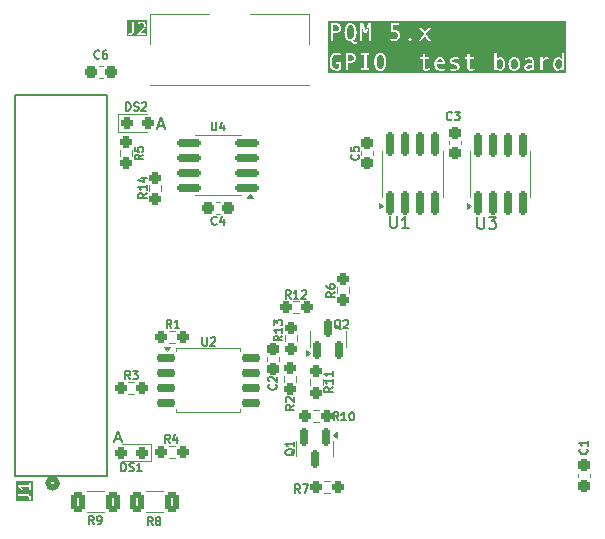
<source format=gbr>
%TF.GenerationSoftware,KiCad,Pcbnew,8.0.5*%
%TF.CreationDate,2025-04-24T16:30:45-05:00*%
%TF.ProjectId,test_board,74657374-5f62-46f6-9172-642e6b696361,rev?*%
%TF.SameCoordinates,Original*%
%TF.FileFunction,Legend,Top*%
%TF.FilePolarity,Positive*%
%FSLAX46Y46*%
G04 Gerber Fmt 4.6, Leading zero omitted, Abs format (unit mm)*
G04 Created by KiCad (PCBNEW 8.0.5) date 2025-04-24 16:30:45*
%MOMM*%
%LPD*%
G01*
G04 APERTURE LIST*
G04 Aperture macros list*
%AMRoundRect*
0 Rectangle with rounded corners*
0 $1 Rounding radius*
0 $2 $3 $4 $5 $6 $7 $8 $9 X,Y pos of 4 corners*
0 Add a 4 corners polygon primitive as box body*
4,1,4,$2,$3,$4,$5,$6,$7,$8,$9,$2,$3,0*
0 Add four circle primitives for the rounded corners*
1,1,$1+$1,$2,$3*
1,1,$1+$1,$4,$5*
1,1,$1+$1,$6,$7*
1,1,$1+$1,$8,$9*
0 Add four rect primitives between the rounded corners*
20,1,$1+$1,$2,$3,$4,$5,0*
20,1,$1+$1,$4,$5,$6,$7,0*
20,1,$1+$1,$6,$7,$8,$9,0*
20,1,$1+$1,$8,$9,$2,$3,0*%
G04 Aperture macros list end*
%ADD10C,0.200000*%
%ADD11C,0.300000*%
%ADD12C,0.150000*%
%ADD13C,0.120000*%
%ADD14C,0.152400*%
%ADD15C,0.508000*%
%ADD16RoundRect,0.150000X0.150000X-0.587500X0.150000X0.587500X-0.150000X0.587500X-0.150000X-0.587500X0*%
%ADD17RoundRect,0.237500X0.250000X0.237500X-0.250000X0.237500X-0.250000X-0.237500X0.250000X-0.237500X0*%
%ADD18RoundRect,0.150000X-0.650000X-0.150000X0.650000X-0.150000X0.650000X0.150000X-0.650000X0.150000X0*%
%ADD19C,1.701800*%
%ADD20RoundRect,0.237500X-0.287500X-0.237500X0.287500X-0.237500X0.287500X0.237500X-0.287500X0.237500X0*%
%ADD21RoundRect,0.237500X0.300000X0.237500X-0.300000X0.237500X-0.300000X-0.237500X0.300000X-0.237500X0*%
%ADD22RoundRect,0.237500X0.287500X0.237500X-0.287500X0.237500X-0.287500X-0.237500X0.287500X-0.237500X0*%
%ADD23RoundRect,0.237500X0.237500X-0.250000X0.237500X0.250000X-0.237500X0.250000X-0.237500X-0.250000X0*%
%ADD24RoundRect,0.150000X0.150000X-0.825000X0.150000X0.825000X-0.150000X0.825000X-0.150000X-0.825000X0*%
%ADD25RoundRect,0.237500X-0.250000X-0.237500X0.250000X-0.237500X0.250000X0.237500X-0.250000X0.237500X0*%
%ADD26RoundRect,0.237500X-0.300000X-0.237500X0.300000X-0.237500X0.300000X0.237500X-0.300000X0.237500X0*%
%ADD27RoundRect,0.237500X0.237500X-0.300000X0.237500X0.300000X-0.237500X0.300000X-0.237500X-0.300000X0*%
%ADD28RoundRect,0.250000X0.312500X0.625000X-0.312500X0.625000X-0.312500X-0.625000X0.312500X-0.625000X0*%
%ADD29RoundRect,0.150000X-0.150000X0.587500X-0.150000X-0.587500X0.150000X-0.587500X0.150000X0.587500X0*%
%ADD30RoundRect,0.237500X-0.237500X0.300000X-0.237500X-0.300000X0.237500X-0.300000X0.237500X0.300000X0*%
%ADD31RoundRect,0.237500X-0.237500X0.250000X-0.237500X-0.250000X0.237500X-0.250000X0.237500X0.250000X0*%
%ADD32R,1.300000X1.300000*%
%ADD33C,1.300000*%
%ADD34O,1.900000X2.900000*%
%ADD35O,2.900000X1.900000*%
%ADD36RoundRect,0.150000X0.825000X0.150000X-0.825000X0.150000X-0.825000X-0.150000X0.825000X-0.150000X0*%
%ADD37C,2.109000*%
G04 APERTURE END LIST*
D10*
X128802054Y-54091504D02*
X129278244Y-54091504D01*
X128706816Y-54377219D02*
X129040149Y-53377219D01*
X129040149Y-53377219D02*
X129373482Y-54377219D01*
X125202054Y-80611504D02*
X125678244Y-80611504D01*
X125106816Y-80897219D02*
X125440149Y-79897219D01*
X125440149Y-79897219D02*
X125773482Y-80897219D01*
D11*
G36*
X147650970Y-48070840D02*
G01*
X147734108Y-48097131D01*
X147802131Y-48152635D01*
X147845665Y-48218071D01*
X147879525Y-48302203D01*
X147898571Y-48377571D01*
X147912176Y-48463456D01*
X147920339Y-48559858D01*
X147923060Y-48666775D01*
X147922757Y-48703538D01*
X147918222Y-48806824D01*
X147908246Y-48899606D01*
X147892827Y-48981885D01*
X147863804Y-49075250D01*
X147825107Y-49149943D01*
X147776736Y-49205962D01*
X147702667Y-49249727D01*
X147613482Y-49264316D01*
X147559403Y-49258996D01*
X147487751Y-49231069D01*
X147427460Y-49179205D01*
X147383405Y-49113007D01*
X147360713Y-49062120D01*
X147338559Y-48991847D01*
X147321944Y-48911528D01*
X147312329Y-48836920D01*
X147306560Y-48755336D01*
X147304637Y-48666775D01*
X147305335Y-48613375D01*
X147309605Y-48529755D01*
X147317757Y-48452862D01*
X147332664Y-48369468D01*
X147353160Y-48295760D01*
X147384138Y-48222009D01*
X147410699Y-48177786D01*
X147467165Y-48117073D01*
X147534759Y-48080645D01*
X147613482Y-48068503D01*
X147650970Y-48070840D01*
G37*
G36*
X152715311Y-48447394D02*
G01*
X152784124Y-48474142D01*
X152842599Y-48521695D01*
X152875457Y-48562064D01*
X152907142Y-48628370D01*
X152917704Y-48701580D01*
X152390872Y-48701580D01*
X152399298Y-48649465D01*
X152428424Y-48579192D01*
X152477334Y-48518398D01*
X152524887Y-48482270D01*
X152598389Y-48452491D01*
X152675903Y-48443660D01*
X152715311Y-48447394D01*
G37*
G36*
X157814825Y-48456820D02*
G01*
X157881250Y-48496302D01*
X157930666Y-48555034D01*
X157961601Y-48615004D01*
X157985838Y-48693143D01*
X157997991Y-48772089D01*
X158001374Y-48848492D01*
X157997815Y-48923157D01*
X157985033Y-49001748D01*
X157962954Y-49073149D01*
X157927002Y-49144881D01*
X157875919Y-49207864D01*
X157808570Y-49250203D01*
X157729532Y-49264316D01*
X157714864Y-49263804D01*
X157642489Y-49245884D01*
X157576392Y-49206064D01*
X157549485Y-49183142D01*
X157498877Y-49127026D01*
X157458789Y-49062083D01*
X157458789Y-48622812D01*
X157473180Y-48601118D01*
X157526615Y-48536210D01*
X157584818Y-48488448D01*
X157657175Y-48454857D01*
X157735760Y-48443660D01*
X157814825Y-48456820D01*
G37*
G36*
X158984063Y-48444671D02*
G01*
X159063290Y-48462645D01*
X159130495Y-48503089D01*
X159180701Y-48558698D01*
X159219840Y-48628446D01*
X159243877Y-48699252D01*
X159257793Y-48778347D01*
X159261667Y-48854354D01*
X159257758Y-48927003D01*
X159243716Y-49003848D01*
X159219461Y-49074098D01*
X159179968Y-49145247D01*
X159158627Y-49173154D01*
X159103913Y-49222339D01*
X159032243Y-49254897D01*
X158957951Y-49264316D01*
X158932033Y-49263285D01*
X158853264Y-49244967D01*
X158786231Y-49203751D01*
X158735935Y-49147079D01*
X158696973Y-49076378D01*
X158673044Y-49005892D01*
X158659191Y-48928218D01*
X158655334Y-48854354D01*
X158659139Y-48777275D01*
X158672803Y-48697470D01*
X158696405Y-48626504D01*
X158734836Y-48557233D01*
X158750368Y-48536936D01*
X158810188Y-48483699D01*
X158882388Y-48452643D01*
X158957951Y-48443660D01*
X158984063Y-48444671D01*
G37*
G36*
X160461877Y-49061716D02*
G01*
X160430301Y-49106000D01*
X160377870Y-49163325D01*
X160319361Y-49209727D01*
X160303974Y-49219483D01*
X160232166Y-49252321D01*
X160155230Y-49264316D01*
X160103761Y-49258700D01*
X160034696Y-49224382D01*
X160006120Y-49190980D01*
X159987801Y-49119968D01*
X159996992Y-49066936D01*
X160043489Y-49006395D01*
X160105313Y-48970491D01*
X160178677Y-48947777D01*
X160219402Y-48940637D01*
X160298199Y-48930132D01*
X160378702Y-48921471D01*
X160461877Y-48913705D01*
X160461877Y-49061716D01*
G37*
G36*
X162721818Y-48443812D02*
G01*
X162796402Y-48456005D01*
X162865169Y-48487707D01*
X162928121Y-48538918D01*
X162978433Y-48599731D01*
X162978433Y-49065013D01*
X162971014Y-49079954D01*
X162925676Y-49138286D01*
X162874951Y-49190440D01*
X162813569Y-49232808D01*
X162769262Y-49252008D01*
X162696332Y-49264316D01*
X162619813Y-49250506D01*
X162554983Y-49209076D01*
X162506189Y-49147445D01*
X162472363Y-49076547D01*
X162451589Y-49004866D01*
X162439562Y-48925033D01*
X162436214Y-48848492D01*
X162438828Y-48784350D01*
X162450449Y-48705719D01*
X162474634Y-48626674D01*
X162510586Y-48557599D01*
X162515308Y-48550589D01*
X162568116Y-48492729D01*
X162637940Y-48454787D01*
X162712086Y-48443660D01*
X162721818Y-48443812D01*
G37*
G36*
X145152098Y-48097427D02*
G01*
X145222600Y-48118998D01*
X145287069Y-48161193D01*
X145320889Y-48198333D01*
X145353501Y-48264176D01*
X145364371Y-48342177D01*
X145364092Y-48357076D01*
X145350680Y-48436537D01*
X145309604Y-48507720D01*
X145241145Y-48555728D01*
X145160671Y-48578431D01*
X145078241Y-48584344D01*
X144906416Y-48584344D01*
X144906416Y-48091950D01*
X145086301Y-48091950D01*
X145152098Y-48097427D01*
G37*
G36*
X145130383Y-45550840D02*
G01*
X145213522Y-45577131D01*
X145281544Y-45632635D01*
X145325079Y-45698071D01*
X145358939Y-45782203D01*
X145377985Y-45857571D01*
X145391590Y-45943456D01*
X145399752Y-46039858D01*
X145402473Y-46146775D01*
X145402171Y-46183538D01*
X145397636Y-46286824D01*
X145387660Y-46379606D01*
X145372241Y-46461885D01*
X145343218Y-46555250D01*
X145304521Y-46629943D01*
X145256149Y-46685962D01*
X145182081Y-46729727D01*
X145092896Y-46744316D01*
X145038817Y-46738996D01*
X144967165Y-46711069D01*
X144906874Y-46659205D01*
X144862819Y-46593007D01*
X144840127Y-46542120D01*
X144817973Y-46471847D01*
X144801358Y-46391528D01*
X144791743Y-46316920D01*
X144785973Y-46235336D01*
X144784050Y-46146775D01*
X144784749Y-46093375D01*
X144789019Y-46009755D01*
X144797171Y-45932862D01*
X144812078Y-45849468D01*
X144832574Y-45775760D01*
X144863551Y-45702009D01*
X144890113Y-45657786D01*
X144946579Y-45597073D01*
X145014173Y-45560645D01*
X145092896Y-45548503D01*
X145130383Y-45550840D01*
G37*
G36*
X143891805Y-45577427D02*
G01*
X143962307Y-45598998D01*
X144026775Y-45641193D01*
X144060595Y-45678333D01*
X144093208Y-45744176D01*
X144104078Y-45822177D01*
X144103799Y-45837076D01*
X144090387Y-45916537D01*
X144049311Y-45987720D01*
X143980852Y-46035728D01*
X143900378Y-46058431D01*
X143817948Y-46064344D01*
X143646123Y-46064344D01*
X143646123Y-45571950D01*
X143826008Y-45571950D01*
X143891805Y-45577427D01*
G37*
G36*
X163329381Y-49595114D02*
G01*
X143154125Y-49595114D01*
X143154125Y-48666775D01*
X143320792Y-48666775D01*
X143320937Y-48689844D01*
X143324432Y-48778661D01*
X143332586Y-48861949D01*
X143345401Y-48939707D01*
X143362874Y-49011935D01*
X143391269Y-49094444D01*
X143426945Y-49168313D01*
X143469902Y-49233541D01*
X143489133Y-49257143D01*
X143541995Y-49309486D01*
X143601690Y-49352312D01*
X143668219Y-49385621D01*
X143741581Y-49409413D01*
X143821777Y-49423688D01*
X143908806Y-49428447D01*
X143936153Y-49427913D01*
X144016632Y-49419906D01*
X144094766Y-49402290D01*
X144170556Y-49375066D01*
X144244002Y-49338234D01*
X144315104Y-49291793D01*
X144315104Y-48701580D01*
X143860812Y-48701580D01*
X143860812Y-48865711D01*
X144122397Y-48865711D01*
X144122397Y-49207529D01*
X144060023Y-49242133D01*
X143984020Y-49259824D01*
X143908440Y-49264316D01*
X143818280Y-49254979D01*
X143740141Y-49226969D01*
X143674024Y-49180287D01*
X143619928Y-49114931D01*
X143577853Y-49030902D01*
X143554186Y-48955625D01*
X143537281Y-48869846D01*
X143527138Y-48773562D01*
X143523757Y-48666775D01*
X143524598Y-48609736D01*
X143526072Y-48584344D01*
X144714075Y-48584344D01*
X144714075Y-49405000D01*
X144906416Y-49405000D01*
X144906416Y-48748475D01*
X145101688Y-48748475D01*
X145152304Y-48746706D01*
X145234985Y-48735098D01*
X145310164Y-48712655D01*
X145377839Y-48679379D01*
X145438011Y-48635268D01*
X145453627Y-48620774D01*
X145506017Y-48556843D01*
X145542287Y-48483387D01*
X145560800Y-48411299D01*
X145566971Y-48331919D01*
X145566845Y-48320205D01*
X145558888Y-48242640D01*
X145534639Y-48163483D01*
X145494225Y-48094446D01*
X145491828Y-48091950D01*
X146006242Y-48091950D01*
X146256835Y-48091950D01*
X146256835Y-49240868D01*
X146006242Y-49240868D01*
X146006242Y-49405000D01*
X146690244Y-49405000D01*
X146690244Y-49240868D01*
X146449176Y-49240868D01*
X146449176Y-48666775D01*
X147101671Y-48666775D01*
X147101799Y-48689710D01*
X147104864Y-48778055D01*
X147112017Y-48860974D01*
X147123257Y-48938465D01*
X147138584Y-49010530D01*
X147163490Y-49092980D01*
X147194784Y-49166951D01*
X147232463Y-49232442D01*
X147258095Y-49267470D01*
X147315600Y-49327190D01*
X147381425Y-49373129D01*
X147455571Y-49405286D01*
X147538037Y-49423662D01*
X147613115Y-49428447D01*
X147644059Y-49427680D01*
X147731222Y-49416174D01*
X147809884Y-49390860D01*
X147880046Y-49351739D01*
X147941707Y-49298811D01*
X147994867Y-49232076D01*
X148002914Y-49219612D01*
X148039316Y-49152258D01*
X148069332Y-49076515D01*
X148092961Y-48992382D01*
X148107266Y-48919034D01*
X148117484Y-48840318D01*
X148123615Y-48756231D01*
X148125659Y-48666775D01*
X148125531Y-48643796D01*
X148122457Y-48555285D01*
X148115284Y-48472223D01*
X148104013Y-48394611D01*
X148088643Y-48322449D01*
X148082750Y-48302976D01*
X150999054Y-48302976D01*
X150999054Y-48467107D01*
X151205317Y-48467107D01*
X151205317Y-49112274D01*
X151212616Y-49203359D01*
X151234512Y-49279006D01*
X151280055Y-49349404D01*
X151346619Y-49397571D01*
X151418146Y-49420728D01*
X151504270Y-49428447D01*
X151534265Y-49427787D01*
X151615351Y-49419572D01*
X151687617Y-49404683D01*
X151761110Y-49382607D01*
X151835830Y-49353342D01*
X151803224Y-49187745D01*
X151759757Y-49209804D01*
X151682870Y-49240088D01*
X151607722Y-49258259D01*
X151534312Y-49264316D01*
X151486673Y-49257257D01*
X151425136Y-49214124D01*
X151422679Y-49210944D01*
X151392845Y-49143747D01*
X151385202Y-49069776D01*
X151385202Y-48849958D01*
X152187173Y-48849958D01*
X152188487Y-48898673D01*
X152196516Y-48975643D01*
X152215784Y-49061042D01*
X152245563Y-49138842D01*
X152285851Y-49209042D01*
X152336650Y-49271643D01*
X152365573Y-49299665D01*
X152428384Y-49347442D01*
X152497816Y-49384193D01*
X152573868Y-49409918D01*
X152656541Y-49424619D01*
X152730491Y-49428447D01*
X152766086Y-49428002D01*
X152846562Y-49423509D01*
X152923426Y-49414178D01*
X152996678Y-49400008D01*
X153075973Y-49377889D01*
X153043733Y-49214124D01*
X153033336Y-49217212D01*
X152961782Y-49236083D01*
X152882624Y-49251768D01*
X152806260Y-49261179D01*
X152732690Y-49264316D01*
X152678658Y-49260258D01*
X152603648Y-49238958D01*
X152535883Y-49199400D01*
X152481730Y-49148911D01*
X152437011Y-49087797D01*
X152405068Y-49020225D01*
X152385903Y-48946197D01*
X152379515Y-48865711D01*
X153116273Y-48865711D01*
X153116273Y-48803796D01*
X153111765Y-48718191D01*
X153098241Y-48639155D01*
X153083813Y-48592770D01*
X153512313Y-48592770D01*
X153516177Y-48640975D01*
X153539790Y-48713304D01*
X153566227Y-48754522D01*
X153619658Y-48805628D01*
X153663434Y-48833739D01*
X153731765Y-48863513D01*
X153770514Y-48875913D01*
X153844700Y-48899043D01*
X153916413Y-48921032D01*
X153969324Y-48938137D01*
X154039877Y-48965729D01*
X154106922Y-49007494D01*
X154122197Y-49025439D01*
X154146123Y-49097254D01*
X154123582Y-49168415D01*
X154066256Y-49218154D01*
X154005373Y-49244435D01*
X153932541Y-49259808D01*
X153855963Y-49264316D01*
X153780469Y-49259553D01*
X153705662Y-49245265D01*
X153631542Y-49221451D01*
X153558108Y-49188112D01*
X153522205Y-49352609D01*
X153548849Y-49366162D01*
X153625190Y-49395786D01*
X153698300Y-49413931D01*
X153777300Y-49424818D01*
X153862191Y-49428447D01*
X153899563Y-49427642D01*
X153981982Y-49419502D01*
X154057704Y-49402597D01*
X154126729Y-49376927D01*
X154197414Y-49336856D01*
X154242610Y-49300002D01*
X154292871Y-49235834D01*
X154322092Y-49161001D01*
X154330404Y-49085530D01*
X154322676Y-49013547D01*
X154295233Y-48942281D01*
X154251819Y-48885220D01*
X154191186Y-48837868D01*
X154154320Y-48817031D01*
X154084061Y-48785710D01*
X154014598Y-48761664D01*
X153861824Y-48713670D01*
X153794556Y-48690246D01*
X153726636Y-48652121D01*
X153694396Y-48583611D01*
X153710174Y-48530636D01*
X153766203Y-48482861D01*
X153816593Y-48462188D01*
X153891606Y-48447488D01*
X153966238Y-48443660D01*
X154003660Y-48444894D01*
X154082528Y-48454769D01*
X154158099Y-48472099D01*
X154228921Y-48494218D01*
X154271053Y-48330087D01*
X154198076Y-48310387D01*
X154162871Y-48302976D01*
X154779933Y-48302976D01*
X154779933Y-48467107D01*
X154986196Y-48467107D01*
X154986196Y-49112274D01*
X154993495Y-49203359D01*
X155015391Y-49279006D01*
X155060935Y-49349404D01*
X155127498Y-49397571D01*
X155199025Y-49420728D01*
X155285150Y-49428447D01*
X155315144Y-49427787D01*
X155396231Y-49419572D01*
X155468496Y-49404683D01*
X155541989Y-49382607D01*
X155616709Y-49353342D01*
X155584103Y-49187745D01*
X155540636Y-49209804D01*
X155463749Y-49240088D01*
X155388601Y-49258259D01*
X155315191Y-49264316D01*
X155267553Y-49257257D01*
X155206015Y-49214124D01*
X155203558Y-49210944D01*
X155173725Y-49143747D01*
X155166081Y-49069776D01*
X155166081Y-48622812D01*
X157274874Y-48622812D01*
X157274874Y-49405000D01*
X157458789Y-49405000D01*
X157458789Y-49271643D01*
X157462820Y-49277973D01*
X157515693Y-49332585D01*
X157578590Y-49375324D01*
X157624317Y-49398565D01*
X157696084Y-49420976D01*
X157771664Y-49428447D01*
X157829962Y-49424297D01*
X157905118Y-49404542D01*
X157972735Y-49368518D01*
X158032814Y-49316225D01*
X158078311Y-49258454D01*
X158098738Y-49225797D01*
X158133566Y-49156193D01*
X158160356Y-49080871D01*
X158179110Y-48999830D01*
X158189826Y-48913070D01*
X158192056Y-48851789D01*
X158462993Y-48851789D01*
X158463056Y-48854354D01*
X158464165Y-48899604D01*
X158471328Y-48975346D01*
X158488519Y-49059718D01*
X158515086Y-49136981D01*
X158551029Y-49207134D01*
X158596350Y-49270177D01*
X158613433Y-49289343D01*
X158669096Y-49339420D01*
X158731379Y-49378369D01*
X158800283Y-49406190D01*
X158875807Y-49422883D01*
X158957951Y-49428447D01*
X158985980Y-49427826D01*
X159065685Y-49418509D01*
X159138822Y-49398013D01*
X159205390Y-49366337D01*
X159265390Y-49323481D01*
X159318820Y-49269445D01*
X159350247Y-49228137D01*
X159389531Y-49160337D01*
X159407836Y-49114473D01*
X159795460Y-49114473D01*
X159795578Y-49119968D01*
X159795829Y-49131586D01*
X159808752Y-49211227D01*
X159840136Y-49280994D01*
X159889982Y-49340886D01*
X159901958Y-49351489D01*
X159965270Y-49394243D01*
X160034307Y-49419896D01*
X160109068Y-49428447D01*
X160138858Y-49427731D01*
X160222458Y-49416998D01*
X160297402Y-49393385D01*
X160363691Y-49356891D01*
X160421325Y-49307518D01*
X160470303Y-49245265D01*
X160470390Y-49255162D01*
X160476610Y-49329759D01*
X160492651Y-49405000D01*
X160676200Y-49405000D01*
X160669159Y-49374065D01*
X160655663Y-49294523D01*
X160648534Y-49220245D01*
X160646158Y-49143415D01*
X160646158Y-48680697D01*
X160645788Y-48656016D01*
X160636918Y-48565126D01*
X160616222Y-48486773D01*
X160573719Y-48406461D01*
X160512738Y-48345737D01*
X160433277Y-48304602D01*
X160426630Y-48302976D01*
X161170059Y-48302976D01*
X161170059Y-49405000D01*
X161353241Y-49405000D01*
X161353241Y-48836402D01*
X162243872Y-48836402D01*
X162244120Y-48848492D01*
X162244838Y-48883580D01*
X162250742Y-48958791D01*
X162264910Y-49043399D01*
X162286806Y-49121851D01*
X162316430Y-49194147D01*
X162353782Y-49260286D01*
X162382518Y-49299698D01*
X162438868Y-49356026D01*
X162502932Y-49396260D01*
X162574709Y-49420400D01*
X162654200Y-49428447D01*
X162706270Y-49425058D01*
X162781798Y-49407266D01*
X162854235Y-49374225D01*
X162860102Y-49370819D01*
X162924710Y-49327652D01*
X162978433Y-49271277D01*
X162978433Y-49405000D01*
X163162714Y-49405000D01*
X163162714Y-47927819D01*
X162978433Y-47927819D01*
X162978433Y-48420212D01*
X162942832Y-48379683D01*
X162884546Y-48334483D01*
X162816408Y-48302747D01*
X162738417Y-48284474D01*
X162663726Y-48279528D01*
X162617284Y-48282013D01*
X162541712Y-48298317D01*
X162473398Y-48329838D01*
X162412342Y-48376576D01*
X162358545Y-48438531D01*
X162344658Y-48458675D01*
X162308376Y-48522886D01*
X162280155Y-48592764D01*
X162259998Y-48668310D01*
X162247904Y-48749522D01*
X162243872Y-48836402D01*
X161353241Y-48836402D01*
X161353241Y-48689856D01*
X161365396Y-48668240D01*
X161408562Y-48605593D01*
X161419025Y-48591280D01*
X161470236Y-48532916D01*
X161529462Y-48485792D01*
X161587265Y-48456990D01*
X161662819Y-48443660D01*
X161712850Y-48451066D01*
X161783467Y-48479505D01*
X161851130Y-48519497D01*
X161926235Y-48357198D01*
X161894745Y-48338994D01*
X161824017Y-48306910D01*
X161753464Y-48287113D01*
X161675275Y-48279528D01*
X161599322Y-48286574D01*
X161519793Y-48312602D01*
X161450047Y-48357810D01*
X161398050Y-48411825D01*
X161353241Y-48479930D01*
X161353241Y-48302976D01*
X161170059Y-48302976D01*
X160426630Y-48302976D01*
X160356404Y-48285797D01*
X160267704Y-48279528D01*
X160231495Y-48280398D01*
X160156971Y-48287353D01*
X160079640Y-48301263D01*
X159999500Y-48322129D01*
X159916553Y-48349950D01*
X159845286Y-48378447D01*
X159894745Y-48543311D01*
X159924734Y-48527155D01*
X159992803Y-48496304D01*
X160065104Y-48471137D01*
X160139256Y-48452354D01*
X160216046Y-48443660D01*
X160231171Y-48443918D01*
X160311834Y-48456335D01*
X160384094Y-48494360D01*
X160432828Y-48557735D01*
X160455875Y-48632232D01*
X160461877Y-48708541D01*
X160461877Y-48749207D01*
X160292616Y-48762763D01*
X160226159Y-48769161D01*
X160151938Y-48780366D01*
X160079759Y-48796835D01*
X160063154Y-48801598D01*
X159991627Y-48828085D01*
X159925886Y-48864246D01*
X159872541Y-48908596D01*
X159828433Y-48969759D01*
X159803703Y-49037445D01*
X159795460Y-49114473D01*
X159407836Y-49114473D01*
X159419387Y-49085530D01*
X159439815Y-49003716D01*
X159449636Y-48930186D01*
X159452909Y-48851789D01*
X159451731Y-48804570D01*
X159444529Y-48729721D01*
X159427244Y-48646255D01*
X159400531Y-48569718D01*
X159364390Y-48500110D01*
X159318820Y-48437431D01*
X159301740Y-48418310D01*
X159246120Y-48368349D01*
X159183931Y-48329490D01*
X159115173Y-48301734D01*
X159039847Y-48285080D01*
X158957951Y-48279528D01*
X158929922Y-48280144D01*
X158850194Y-48289375D01*
X158777010Y-48309682D01*
X158710369Y-48341066D01*
X158650271Y-48383527D01*
X158596716Y-48437065D01*
X158565375Y-48478006D01*
X158526198Y-48545257D01*
X158496424Y-48619515D01*
X158476052Y-48700779D01*
X158466258Y-48773851D01*
X158462993Y-48851789D01*
X158192056Y-48851789D01*
X158192616Y-48836402D01*
X158192197Y-48805721D01*
X158187480Y-48732235D01*
X158174900Y-48650121D01*
X158154773Y-48574627D01*
X158127098Y-48505753D01*
X158085272Y-48433768D01*
X158057085Y-48397618D01*
X158001255Y-48345954D01*
X157937152Y-48309051D01*
X157864773Y-48286909D01*
X157784120Y-48279528D01*
X157732898Y-48282436D01*
X157658383Y-48297704D01*
X157586650Y-48326057D01*
X157580846Y-48328943D01*
X157516015Y-48366589D01*
X157458789Y-48419113D01*
X157458789Y-47927819D01*
X157274874Y-47927819D01*
X157274874Y-48622812D01*
X155166081Y-48622812D01*
X155166081Y-48467107D01*
X155530980Y-48467107D01*
X155530980Y-48302976D01*
X155166081Y-48302976D01*
X155166081Y-47998161D01*
X154986196Y-47998161D01*
X154986196Y-48302976D01*
X154779933Y-48302976D01*
X154162871Y-48302976D01*
X154119268Y-48293797D01*
X154045360Y-48283528D01*
X153968070Y-48279528D01*
X153942824Y-48279858D01*
X153859308Y-48286194D01*
X153783331Y-48300594D01*
X153705730Y-48326927D01*
X153637976Y-48363792D01*
X153601774Y-48391504D01*
X153552073Y-48448913D01*
X153522253Y-48516002D01*
X153512313Y-48592770D01*
X153083813Y-48592770D01*
X153075701Y-48566688D01*
X153038009Y-48490445D01*
X152988046Y-48423143D01*
X152955101Y-48389484D01*
X152892738Y-48341378D01*
X152824379Y-48307017D01*
X152750025Y-48286401D01*
X152669675Y-48279528D01*
X152592361Y-48284990D01*
X152520611Y-48301373D01*
X152443935Y-48334291D01*
X152374832Y-48382076D01*
X152321629Y-48434867D01*
X152290116Y-48475333D01*
X152250725Y-48542150D01*
X152220787Y-48616309D01*
X152200304Y-48697809D01*
X152199799Y-48701580D01*
X152190456Y-48771334D01*
X152187173Y-48849958D01*
X151385202Y-48849958D01*
X151385202Y-48467107D01*
X151750101Y-48467107D01*
X151750101Y-48302976D01*
X151385202Y-48302976D01*
X151385202Y-47998161D01*
X151205317Y-47998161D01*
X151205317Y-48302976D01*
X150999054Y-48302976D01*
X148082750Y-48302976D01*
X148063666Y-48239910D01*
X148032285Y-48165885D01*
X147994501Y-48100376D01*
X147968924Y-48065348D01*
X147911454Y-48005628D01*
X147845560Y-47959689D01*
X147771242Y-47927532D01*
X147688501Y-47909157D01*
X147613115Y-47904371D01*
X147582304Y-47905140D01*
X147495467Y-47916668D01*
X147417027Y-47942028D01*
X147346986Y-47981222D01*
X147285342Y-48034249D01*
X147232096Y-48101109D01*
X147224072Y-48113551D01*
X147187772Y-48180828D01*
X147157840Y-48256548D01*
X147134277Y-48340711D01*
X147120012Y-48414122D01*
X147109822Y-48492936D01*
X147103709Y-48577154D01*
X147101671Y-48666775D01*
X146449176Y-48666775D01*
X146449176Y-48091950D01*
X146690244Y-48091950D01*
X146690244Y-47927819D01*
X146006242Y-47927819D01*
X146006242Y-48091950D01*
X145491828Y-48091950D01*
X145437644Y-48035530D01*
X145395173Y-48004500D01*
X145328800Y-47969893D01*
X145254363Y-47945595D01*
X145171861Y-47931605D01*
X145094727Y-47927819D01*
X144714075Y-47927819D01*
X144714075Y-48584344D01*
X143526072Y-48584344D01*
X143529734Y-48521283D01*
X143539539Y-48441094D01*
X143557468Y-48355777D01*
X143582120Y-48282361D01*
X143619378Y-48211751D01*
X143631713Y-48194405D01*
X143688694Y-48136210D01*
X143757903Y-48095921D01*
X143828490Y-48075357D01*
X143908440Y-48068503D01*
X143950686Y-48070060D01*
X144023405Y-48080278D01*
X144094582Y-48100033D01*
X144164215Y-48129325D01*
X144232306Y-48168154D01*
X144296786Y-48005488D01*
X144263507Y-47985114D01*
X144193517Y-47953138D01*
X144119466Y-47930383D01*
X144067121Y-47919003D01*
X143988090Y-47908029D01*
X143908440Y-47904371D01*
X143871718Y-47905160D01*
X143785171Y-47914031D01*
X143706138Y-47932759D01*
X143634618Y-47961344D01*
X143570612Y-47999785D01*
X143514119Y-48048083D01*
X143465139Y-48106238D01*
X143456258Y-48118986D01*
X143416083Y-48187339D01*
X143382957Y-48263385D01*
X143356878Y-48347123D01*
X143341090Y-48419651D01*
X143329813Y-48497103D01*
X143323047Y-48579478D01*
X143320792Y-48666775D01*
X143154125Y-48666775D01*
X143154125Y-46064344D01*
X143453782Y-46064344D01*
X143453782Y-46885000D01*
X143646123Y-46885000D01*
X143646123Y-46228475D01*
X143841395Y-46228475D01*
X143892011Y-46226706D01*
X143974692Y-46215098D01*
X144049871Y-46192655D01*
X144117546Y-46159379D01*
X144134739Y-46146775D01*
X144581085Y-46146775D01*
X144581212Y-46169710D01*
X144584278Y-46258055D01*
X144591430Y-46340974D01*
X144602670Y-46418465D01*
X144617998Y-46490530D01*
X144642904Y-46572980D01*
X144674197Y-46646951D01*
X144711877Y-46712442D01*
X144737509Y-46747470D01*
X144795014Y-46807190D01*
X144860839Y-46853129D01*
X144934985Y-46885286D01*
X145017451Y-46903662D01*
X145092529Y-46908447D01*
X145152247Y-46902951D01*
X145156579Y-46917715D01*
X145189483Y-46996455D01*
X145234236Y-47058322D01*
X145301425Y-47109174D01*
X145371853Y-47134484D01*
X145454131Y-47142920D01*
X145493836Y-47141395D01*
X145570738Y-47130469D01*
X145645373Y-47111046D01*
X145610202Y-46952044D01*
X145547751Y-46969360D01*
X145470617Y-46978789D01*
X145420665Y-46968414D01*
X145366419Y-46916796D01*
X145353857Y-46885000D01*
X145887906Y-46885000D01*
X146074019Y-46885000D01*
X146074019Y-45695415D01*
X146273688Y-46228475D01*
X146449542Y-46228475D01*
X146649211Y-45695415D01*
X146649211Y-46885000D01*
X146835690Y-46885000D01*
X146835690Y-46832243D01*
X148461249Y-46832243D01*
X148487894Y-46845861D01*
X148563577Y-46875629D01*
X148635322Y-46893861D01*
X148712221Y-46904800D01*
X148794274Y-46908447D01*
X148856752Y-46905003D01*
X148939114Y-46888612D01*
X149015514Y-46858721D01*
X149085954Y-46815332D01*
X149141587Y-46767397D01*
X149143897Y-46764832D01*
X149991186Y-46764832D01*
X149995121Y-46800087D01*
X150031486Y-46866315D01*
X150058548Y-46888533D01*
X150129672Y-46908447D01*
X150164748Y-46904332D01*
X150197585Y-46885000D01*
X150890244Y-46885000D01*
X151089912Y-46885000D01*
X151381905Y-46478702D01*
X151662906Y-46885000D01*
X151872833Y-46885000D01*
X151484487Y-46328492D01*
X151873199Y-45782976D01*
X151673164Y-45782976D01*
X151385935Y-46188907D01*
X151103468Y-45782976D01*
X150890244Y-45782976D01*
X151280788Y-46336919D01*
X150890244Y-46885000D01*
X150197585Y-46885000D01*
X150229323Y-46866315D01*
X150250961Y-46838144D01*
X150270355Y-46764832D01*
X150267139Y-46733543D01*
X150229689Y-46667013D01*
X150202448Y-46645954D01*
X150129672Y-46627079D01*
X150098325Y-46630180D01*
X150031120Y-46666280D01*
X150010061Y-46692748D01*
X149991186Y-46764832D01*
X149143897Y-46764832D01*
X149182644Y-46721807D01*
X149228433Y-46652902D01*
X149260582Y-46578072D01*
X149279092Y-46497316D01*
X149284103Y-46423381D01*
X149282185Y-46376016D01*
X149269600Y-46297923D01*
X149245270Y-46225930D01*
X149209193Y-46160038D01*
X149161371Y-46100247D01*
X149120852Y-46062885D01*
X149056854Y-46021216D01*
X148984370Y-45991959D01*
X148903402Y-45975114D01*
X148827247Y-45970554D01*
X148777513Y-45972564D01*
X148701950Y-45984842D01*
X148701950Y-45571950D01*
X149219256Y-45571950D01*
X149219256Y-45407819D01*
X148530858Y-45407819D01*
X148530858Y-46110139D01*
X148642965Y-46158866D01*
X148665107Y-46153198D01*
X148742244Y-46139314D01*
X148818820Y-46134685D01*
X148874553Y-46139425D01*
X148948021Y-46164309D01*
X149009330Y-46210523D01*
X149018291Y-46220217D01*
X149057245Y-46282848D01*
X149077481Y-46353459D01*
X149083335Y-46428143D01*
X149083027Y-46446658D01*
X149074028Y-46523490D01*
X149049412Y-46596419D01*
X149004567Y-46661517D01*
X148944821Y-46708657D01*
X148873387Y-46736230D01*
X148798304Y-46744316D01*
X148724756Y-46739576D01*
X148650659Y-46725356D01*
X148576012Y-46701657D01*
X148500816Y-46668478D01*
X148461249Y-46832243D01*
X146835690Y-46832243D01*
X146835690Y-45407819D01*
X146596454Y-45407819D01*
X146362348Y-46043827D01*
X146127142Y-45407819D01*
X145887906Y-45407819D01*
X145887906Y-46885000D01*
X145353857Y-46885000D01*
X145339092Y-46847630D01*
X145355456Y-46837320D01*
X145415718Y-46788631D01*
X145467667Y-46728024D01*
X145511304Y-46655498D01*
X145546630Y-46571054D01*
X145567669Y-46499899D01*
X145584033Y-46422041D01*
X145595722Y-46337478D01*
X145602735Y-46246212D01*
X145605073Y-46148241D01*
X145604945Y-46125216D01*
X145601871Y-46036530D01*
X145594698Y-45953305D01*
X145583427Y-45875542D01*
X145568056Y-45803239D01*
X145543080Y-45720541D01*
X145511699Y-45646375D01*
X145473914Y-45580743D01*
X145448338Y-45545649D01*
X145390867Y-45485817D01*
X145324973Y-45439793D01*
X145250656Y-45407575D01*
X145167915Y-45389166D01*
X145092529Y-45384371D01*
X145061717Y-45385140D01*
X144974880Y-45396668D01*
X144896441Y-45422028D01*
X144826400Y-45461222D01*
X144764756Y-45514249D01*
X144711510Y-45581109D01*
X144703486Y-45593551D01*
X144667186Y-45660828D01*
X144637254Y-45736548D01*
X144613691Y-45820711D01*
X144599426Y-45894122D01*
X144589236Y-45972936D01*
X144583123Y-46057154D01*
X144581085Y-46146775D01*
X144134739Y-46146775D01*
X144177718Y-46115268D01*
X144193334Y-46100774D01*
X144245724Y-46036843D01*
X144281994Y-45963387D01*
X144300507Y-45891299D01*
X144306678Y-45811919D01*
X144306552Y-45800205D01*
X144298595Y-45722640D01*
X144274346Y-45643483D01*
X144233932Y-45574446D01*
X144177351Y-45515530D01*
X144134879Y-45484500D01*
X144068507Y-45449893D01*
X143994070Y-45425595D01*
X143911568Y-45411605D01*
X143834434Y-45407819D01*
X143453782Y-45407819D01*
X143453782Y-46064344D01*
X143154125Y-46064344D01*
X143154125Y-45217704D01*
X163329381Y-45217704D01*
X163329381Y-49595114D01*
G37*
D12*
X144250403Y-71310732D02*
X144183736Y-71277398D01*
X144183736Y-71277398D02*
X144117070Y-71210732D01*
X144117070Y-71210732D02*
X144017070Y-71110732D01*
X144017070Y-71110732D02*
X143950403Y-71077398D01*
X143950403Y-71077398D02*
X143883736Y-71077398D01*
X143917070Y-71244065D02*
X143850403Y-71210732D01*
X143850403Y-71210732D02*
X143783736Y-71144065D01*
X143783736Y-71144065D02*
X143750403Y-71010732D01*
X143750403Y-71010732D02*
X143750403Y-70777398D01*
X143750403Y-70777398D02*
X143783736Y-70644065D01*
X143783736Y-70644065D02*
X143850403Y-70577398D01*
X143850403Y-70577398D02*
X143917070Y-70544065D01*
X143917070Y-70544065D02*
X144050403Y-70544065D01*
X144050403Y-70544065D02*
X144117070Y-70577398D01*
X144117070Y-70577398D02*
X144183736Y-70644065D01*
X144183736Y-70644065D02*
X144217070Y-70777398D01*
X144217070Y-70777398D02*
X144217070Y-71010732D01*
X144217070Y-71010732D02*
X144183736Y-71144065D01*
X144183736Y-71144065D02*
X144117070Y-71210732D01*
X144117070Y-71210732D02*
X144050403Y-71244065D01*
X144050403Y-71244065D02*
X143917070Y-71244065D01*
X144483736Y-70610732D02*
X144517069Y-70577398D01*
X144517069Y-70577398D02*
X144583736Y-70544065D01*
X144583736Y-70544065D02*
X144750403Y-70544065D01*
X144750403Y-70544065D02*
X144817069Y-70577398D01*
X144817069Y-70577398D02*
X144850403Y-70610732D01*
X144850403Y-70610732D02*
X144883736Y-70677398D01*
X144883736Y-70677398D02*
X144883736Y-70744065D01*
X144883736Y-70744065D02*
X144850403Y-70844065D01*
X144850403Y-70844065D02*
X144450403Y-71244065D01*
X144450403Y-71244065D02*
X144883736Y-71244065D01*
X129923333Y-71236033D02*
X129690000Y-70902700D01*
X129523333Y-71236033D02*
X129523333Y-70536033D01*
X129523333Y-70536033D02*
X129790000Y-70536033D01*
X129790000Y-70536033D02*
X129856667Y-70569366D01*
X129856667Y-70569366D02*
X129890000Y-70602700D01*
X129890000Y-70602700D02*
X129923333Y-70669366D01*
X129923333Y-70669366D02*
X129923333Y-70769366D01*
X129923333Y-70769366D02*
X129890000Y-70836033D01*
X129890000Y-70836033D02*
X129856667Y-70869366D01*
X129856667Y-70869366D02*
X129790000Y-70902700D01*
X129790000Y-70902700D02*
X129523333Y-70902700D01*
X130590000Y-71236033D02*
X130190000Y-71236033D01*
X130390000Y-71236033D02*
X130390000Y-70536033D01*
X130390000Y-70536033D02*
X130323333Y-70636033D01*
X130323333Y-70636033D02*
X130256667Y-70702700D01*
X130256667Y-70702700D02*
X130190000Y-70736033D01*
X132556666Y-71996033D02*
X132556666Y-72562700D01*
X132556666Y-72562700D02*
X132590000Y-72629366D01*
X132590000Y-72629366D02*
X132623333Y-72662700D01*
X132623333Y-72662700D02*
X132690000Y-72696033D01*
X132690000Y-72696033D02*
X132823333Y-72696033D01*
X132823333Y-72696033D02*
X132890000Y-72662700D01*
X132890000Y-72662700D02*
X132923333Y-72629366D01*
X132923333Y-72629366D02*
X132956666Y-72562700D01*
X132956666Y-72562700D02*
X132956666Y-71996033D01*
X133256666Y-72062700D02*
X133289999Y-72029366D01*
X133289999Y-72029366D02*
X133356666Y-71996033D01*
X133356666Y-71996033D02*
X133523333Y-71996033D01*
X133523333Y-71996033D02*
X133589999Y-72029366D01*
X133589999Y-72029366D02*
X133623333Y-72062700D01*
X133623333Y-72062700D02*
X133656666Y-72129366D01*
X133656666Y-72129366D02*
X133656666Y-72196033D01*
X133656666Y-72196033D02*
X133623333Y-72296033D01*
X133623333Y-72296033D02*
X133223333Y-72696033D01*
X133223333Y-72696033D02*
X133656666Y-72696033D01*
G36*
X118170930Y-85888955D02*
G01*
X116798708Y-85888955D01*
X116798708Y-85308701D01*
X116911260Y-85308701D01*
X116911260Y-85337965D01*
X116922459Y-85365001D01*
X116943151Y-85385693D01*
X116970187Y-85396892D01*
X116984819Y-85398333D01*
X117686934Y-85398333D01*
X117801447Y-85436504D01*
X117871648Y-85506704D01*
X117909819Y-85621217D01*
X117909819Y-85704285D01*
X117911260Y-85718917D01*
X117922459Y-85745953D01*
X117943151Y-85766645D01*
X117970187Y-85777844D01*
X117999451Y-85777844D01*
X118026487Y-85766645D01*
X118047179Y-85745953D01*
X118058378Y-85718917D01*
X118059819Y-85704285D01*
X118059819Y-85609047D01*
X118059089Y-85601640D01*
X118059230Y-85599666D01*
X118058639Y-85597068D01*
X118058378Y-85594415D01*
X118057619Y-85592584D01*
X118055970Y-85585329D01*
X118008351Y-85442473D01*
X118002357Y-85429047D01*
X118000592Y-85427012D01*
X117999561Y-85424522D01*
X117990233Y-85413157D01*
X117894994Y-85317919D01*
X117883628Y-85308591D01*
X117881137Y-85307559D01*
X117879103Y-85305795D01*
X117865678Y-85299801D01*
X117722821Y-85252182D01*
X117715567Y-85250532D01*
X117713736Y-85249774D01*
X117711081Y-85249512D01*
X117708484Y-85248922D01*
X117706509Y-85249062D01*
X117699104Y-85248333D01*
X116984819Y-85248333D01*
X116970187Y-85249774D01*
X116943151Y-85260973D01*
X116922459Y-85281665D01*
X116911260Y-85308701D01*
X116798708Y-85308701D01*
X116798708Y-84609126D01*
X116909819Y-84609126D01*
X116911260Y-84616330D01*
X116911260Y-84623679D01*
X116914101Y-84630539D01*
X116915558Y-84637820D01*
X116919646Y-84643925D01*
X116922459Y-84650715D01*
X116927709Y-84655965D01*
X116931841Y-84662135D01*
X116943099Y-84671355D01*
X116943151Y-84671407D01*
X116943173Y-84671416D01*
X116943216Y-84671451D01*
X117079894Y-84762569D01*
X117161275Y-84843950D01*
X117203451Y-84928302D01*
X117211283Y-84940745D01*
X117233391Y-84959918D01*
X117261152Y-84969172D01*
X117290342Y-84967098D01*
X117316517Y-84954010D01*
X117335690Y-84931903D01*
X117344944Y-84904141D01*
X117342870Y-84874951D01*
X117337615Y-84861220D01*
X117289996Y-84765982D01*
X117286033Y-84759687D01*
X117285275Y-84757855D01*
X117283583Y-84755793D01*
X117282164Y-84753539D01*
X117280667Y-84752240D01*
X117275947Y-84746490D01*
X117213504Y-84684047D01*
X117909819Y-84684047D01*
X117909819Y-84894761D01*
X117911260Y-84909393D01*
X117922459Y-84936429D01*
X117943151Y-84957121D01*
X117970187Y-84968320D01*
X117999451Y-84968320D01*
X118026487Y-84957121D01*
X118047179Y-84936429D01*
X118058378Y-84909393D01*
X118059819Y-84894761D01*
X118059819Y-84323333D01*
X118058378Y-84308701D01*
X118047179Y-84281665D01*
X118026487Y-84260973D01*
X117999451Y-84249774D01*
X117970187Y-84249774D01*
X117943151Y-84260973D01*
X117922459Y-84281665D01*
X117911260Y-84308701D01*
X117909819Y-84323333D01*
X117909819Y-84534047D01*
X116984819Y-84534047D01*
X116984766Y-84534052D01*
X116984740Y-84534047D01*
X116984663Y-84534062D01*
X116970187Y-84535488D01*
X116963326Y-84538329D01*
X116956046Y-84539786D01*
X116949940Y-84543874D01*
X116943151Y-84546687D01*
X116937900Y-84551937D01*
X116931731Y-84556069D01*
X116927654Y-84562183D01*
X116922459Y-84567379D01*
X116919617Y-84574239D01*
X116915498Y-84580418D01*
X116914072Y-84587626D01*
X116911260Y-84594415D01*
X116911260Y-84601841D01*
X116909819Y-84609126D01*
X116798708Y-84609126D01*
X116798708Y-84138663D01*
X118170930Y-84138663D01*
X118170930Y-85888955D01*
G37*
X126079999Y-52806033D02*
X126079999Y-52106033D01*
X126079999Y-52106033D02*
X126246666Y-52106033D01*
X126246666Y-52106033D02*
X126346666Y-52139366D01*
X126346666Y-52139366D02*
X126413333Y-52206033D01*
X126413333Y-52206033D02*
X126446666Y-52272700D01*
X126446666Y-52272700D02*
X126479999Y-52406033D01*
X126479999Y-52406033D02*
X126479999Y-52506033D01*
X126479999Y-52506033D02*
X126446666Y-52639366D01*
X126446666Y-52639366D02*
X126413333Y-52706033D01*
X126413333Y-52706033D02*
X126346666Y-52772700D01*
X126346666Y-52772700D02*
X126246666Y-52806033D01*
X126246666Y-52806033D02*
X126079999Y-52806033D01*
X126746666Y-52772700D02*
X126846666Y-52806033D01*
X126846666Y-52806033D02*
X127013333Y-52806033D01*
X127013333Y-52806033D02*
X127079999Y-52772700D01*
X127079999Y-52772700D02*
X127113333Y-52739366D01*
X127113333Y-52739366D02*
X127146666Y-52672700D01*
X127146666Y-52672700D02*
X127146666Y-52606033D01*
X127146666Y-52606033D02*
X127113333Y-52539366D01*
X127113333Y-52539366D02*
X127079999Y-52506033D01*
X127079999Y-52506033D02*
X127013333Y-52472700D01*
X127013333Y-52472700D02*
X126879999Y-52439366D01*
X126879999Y-52439366D02*
X126813333Y-52406033D01*
X126813333Y-52406033D02*
X126779999Y-52372700D01*
X126779999Y-52372700D02*
X126746666Y-52306033D01*
X126746666Y-52306033D02*
X126746666Y-52239366D01*
X126746666Y-52239366D02*
X126779999Y-52172700D01*
X126779999Y-52172700D02*
X126813333Y-52139366D01*
X126813333Y-52139366D02*
X126879999Y-52106033D01*
X126879999Y-52106033D02*
X127046666Y-52106033D01*
X127046666Y-52106033D02*
X127146666Y-52139366D01*
X127413333Y-52172700D02*
X127446666Y-52139366D01*
X127446666Y-52139366D02*
X127513333Y-52106033D01*
X127513333Y-52106033D02*
X127680000Y-52106033D01*
X127680000Y-52106033D02*
X127746666Y-52139366D01*
X127746666Y-52139366D02*
X127780000Y-52172700D01*
X127780000Y-52172700D02*
X127813333Y-52239366D01*
X127813333Y-52239366D02*
X127813333Y-52306033D01*
X127813333Y-52306033D02*
X127780000Y-52406033D01*
X127780000Y-52406033D02*
X127380000Y-52806033D01*
X127380000Y-52806033D02*
X127813333Y-52806033D01*
X133748333Y-62414366D02*
X133715000Y-62447700D01*
X133715000Y-62447700D02*
X133615000Y-62481033D01*
X133615000Y-62481033D02*
X133548333Y-62481033D01*
X133548333Y-62481033D02*
X133448333Y-62447700D01*
X133448333Y-62447700D02*
X133381667Y-62381033D01*
X133381667Y-62381033D02*
X133348333Y-62314366D01*
X133348333Y-62314366D02*
X133315000Y-62181033D01*
X133315000Y-62181033D02*
X133315000Y-62081033D01*
X133315000Y-62081033D02*
X133348333Y-61947700D01*
X133348333Y-61947700D02*
X133381667Y-61881033D01*
X133381667Y-61881033D02*
X133448333Y-61814366D01*
X133448333Y-61814366D02*
X133548333Y-61781033D01*
X133548333Y-61781033D02*
X133615000Y-61781033D01*
X133615000Y-61781033D02*
X133715000Y-61814366D01*
X133715000Y-61814366D02*
X133748333Y-61847700D01*
X134348333Y-62014366D02*
X134348333Y-62481033D01*
X134181667Y-61747700D02*
X134015000Y-62247700D01*
X134015000Y-62247700D02*
X134448333Y-62247700D01*
X125689999Y-83336033D02*
X125689999Y-82636033D01*
X125689999Y-82636033D02*
X125856666Y-82636033D01*
X125856666Y-82636033D02*
X125956666Y-82669366D01*
X125956666Y-82669366D02*
X126023333Y-82736033D01*
X126023333Y-82736033D02*
X126056666Y-82802700D01*
X126056666Y-82802700D02*
X126089999Y-82936033D01*
X126089999Y-82936033D02*
X126089999Y-83036033D01*
X126089999Y-83036033D02*
X126056666Y-83169366D01*
X126056666Y-83169366D02*
X126023333Y-83236033D01*
X126023333Y-83236033D02*
X125956666Y-83302700D01*
X125956666Y-83302700D02*
X125856666Y-83336033D01*
X125856666Y-83336033D02*
X125689999Y-83336033D01*
X126356666Y-83302700D02*
X126456666Y-83336033D01*
X126456666Y-83336033D02*
X126623333Y-83336033D01*
X126623333Y-83336033D02*
X126689999Y-83302700D01*
X126689999Y-83302700D02*
X126723333Y-83269366D01*
X126723333Y-83269366D02*
X126756666Y-83202700D01*
X126756666Y-83202700D02*
X126756666Y-83136033D01*
X126756666Y-83136033D02*
X126723333Y-83069366D01*
X126723333Y-83069366D02*
X126689999Y-83036033D01*
X126689999Y-83036033D02*
X126623333Y-83002700D01*
X126623333Y-83002700D02*
X126489999Y-82969366D01*
X126489999Y-82969366D02*
X126423333Y-82936033D01*
X126423333Y-82936033D02*
X126389999Y-82902700D01*
X126389999Y-82902700D02*
X126356666Y-82836033D01*
X126356666Y-82836033D02*
X126356666Y-82769366D01*
X126356666Y-82769366D02*
X126389999Y-82702700D01*
X126389999Y-82702700D02*
X126423333Y-82669366D01*
X126423333Y-82669366D02*
X126489999Y-82636033D01*
X126489999Y-82636033D02*
X126656666Y-82636033D01*
X126656666Y-82636033D02*
X126756666Y-82669366D01*
X127423333Y-83336033D02*
X127023333Y-83336033D01*
X127223333Y-83336033D02*
X127223333Y-82636033D01*
X127223333Y-82636033D02*
X127156666Y-82736033D01*
X127156666Y-82736033D02*
X127090000Y-82802700D01*
X127090000Y-82802700D02*
X127023333Y-82836033D01*
X127831033Y-59765000D02*
X127497700Y-59998333D01*
X127831033Y-60165000D02*
X127131033Y-60165000D01*
X127131033Y-60165000D02*
X127131033Y-59898333D01*
X127131033Y-59898333D02*
X127164366Y-59831667D01*
X127164366Y-59831667D02*
X127197700Y-59798333D01*
X127197700Y-59798333D02*
X127264366Y-59765000D01*
X127264366Y-59765000D02*
X127364366Y-59765000D01*
X127364366Y-59765000D02*
X127431033Y-59798333D01*
X127431033Y-59798333D02*
X127464366Y-59831667D01*
X127464366Y-59831667D02*
X127497700Y-59898333D01*
X127497700Y-59898333D02*
X127497700Y-60165000D01*
X127831033Y-59098333D02*
X127831033Y-59498333D01*
X127831033Y-59298333D02*
X127131033Y-59298333D01*
X127131033Y-59298333D02*
X127231033Y-59365000D01*
X127231033Y-59365000D02*
X127297700Y-59431667D01*
X127297700Y-59431667D02*
X127331033Y-59498333D01*
X127364366Y-58498333D02*
X127831033Y-58498333D01*
X127097700Y-58665000D02*
X127597700Y-58831666D01*
X127597700Y-58831666D02*
X127597700Y-58398333D01*
X148448095Y-61744819D02*
X148448095Y-62554342D01*
X148448095Y-62554342D02*
X148495714Y-62649580D01*
X148495714Y-62649580D02*
X148543333Y-62697200D01*
X148543333Y-62697200D02*
X148638571Y-62744819D01*
X148638571Y-62744819D02*
X148829047Y-62744819D01*
X148829047Y-62744819D02*
X148924285Y-62697200D01*
X148924285Y-62697200D02*
X148971904Y-62649580D01*
X148971904Y-62649580D02*
X149019523Y-62554342D01*
X149019523Y-62554342D02*
X149019523Y-61744819D01*
X150019523Y-62744819D02*
X149448095Y-62744819D01*
X149733809Y-62744819D02*
X149733809Y-61744819D01*
X149733809Y-61744819D02*
X149638571Y-61887676D01*
X149638571Y-61887676D02*
X149543333Y-61982914D01*
X149543333Y-61982914D02*
X149448095Y-62030533D01*
X139306033Y-71870000D02*
X138972700Y-72103333D01*
X139306033Y-72270000D02*
X138606033Y-72270000D01*
X138606033Y-72270000D02*
X138606033Y-72003333D01*
X138606033Y-72003333D02*
X138639366Y-71936667D01*
X138639366Y-71936667D02*
X138672700Y-71903333D01*
X138672700Y-71903333D02*
X138739366Y-71870000D01*
X138739366Y-71870000D02*
X138839366Y-71870000D01*
X138839366Y-71870000D02*
X138906033Y-71903333D01*
X138906033Y-71903333D02*
X138939366Y-71936667D01*
X138939366Y-71936667D02*
X138972700Y-72003333D01*
X138972700Y-72003333D02*
X138972700Y-72270000D01*
X139306033Y-71203333D02*
X139306033Y-71603333D01*
X139306033Y-71403333D02*
X138606033Y-71403333D01*
X138606033Y-71403333D02*
X138706033Y-71470000D01*
X138706033Y-71470000D02*
X138772700Y-71536667D01*
X138772700Y-71536667D02*
X138806033Y-71603333D01*
X138606033Y-70970000D02*
X138606033Y-70536666D01*
X138606033Y-70536666D02*
X138872700Y-70770000D01*
X138872700Y-70770000D02*
X138872700Y-70670000D01*
X138872700Y-70670000D02*
X138906033Y-70603333D01*
X138906033Y-70603333D02*
X138939366Y-70570000D01*
X138939366Y-70570000D02*
X139006033Y-70536666D01*
X139006033Y-70536666D02*
X139172700Y-70536666D01*
X139172700Y-70536666D02*
X139239366Y-70570000D01*
X139239366Y-70570000D02*
X139272700Y-70603333D01*
X139272700Y-70603333D02*
X139306033Y-70670000D01*
X139306033Y-70670000D02*
X139306033Y-70870000D01*
X139306033Y-70870000D02*
X139272700Y-70936666D01*
X139272700Y-70936666D02*
X139239366Y-70970000D01*
X129823333Y-80946033D02*
X129590000Y-80612700D01*
X129423333Y-80946033D02*
X129423333Y-80246033D01*
X129423333Y-80246033D02*
X129690000Y-80246033D01*
X129690000Y-80246033D02*
X129756667Y-80279366D01*
X129756667Y-80279366D02*
X129790000Y-80312700D01*
X129790000Y-80312700D02*
X129823333Y-80379366D01*
X129823333Y-80379366D02*
X129823333Y-80479366D01*
X129823333Y-80479366D02*
X129790000Y-80546033D01*
X129790000Y-80546033D02*
X129756667Y-80579366D01*
X129756667Y-80579366D02*
X129690000Y-80612700D01*
X129690000Y-80612700D02*
X129423333Y-80612700D01*
X130423333Y-80479366D02*
X130423333Y-80946033D01*
X130256667Y-80212700D02*
X130090000Y-80712700D01*
X130090000Y-80712700D02*
X130523333Y-80712700D01*
X123830833Y-48339366D02*
X123797500Y-48372700D01*
X123797500Y-48372700D02*
X123697500Y-48406033D01*
X123697500Y-48406033D02*
X123630833Y-48406033D01*
X123630833Y-48406033D02*
X123530833Y-48372700D01*
X123530833Y-48372700D02*
X123464167Y-48306033D01*
X123464167Y-48306033D02*
X123430833Y-48239366D01*
X123430833Y-48239366D02*
X123397500Y-48106033D01*
X123397500Y-48106033D02*
X123397500Y-48006033D01*
X123397500Y-48006033D02*
X123430833Y-47872700D01*
X123430833Y-47872700D02*
X123464167Y-47806033D01*
X123464167Y-47806033D02*
X123530833Y-47739366D01*
X123530833Y-47739366D02*
X123630833Y-47706033D01*
X123630833Y-47706033D02*
X123697500Y-47706033D01*
X123697500Y-47706033D02*
X123797500Y-47739366D01*
X123797500Y-47739366D02*
X123830833Y-47772700D01*
X124430833Y-47706033D02*
X124297500Y-47706033D01*
X124297500Y-47706033D02*
X124230833Y-47739366D01*
X124230833Y-47739366D02*
X124197500Y-47772700D01*
X124197500Y-47772700D02*
X124130833Y-47872700D01*
X124130833Y-47872700D02*
X124097500Y-48006033D01*
X124097500Y-48006033D02*
X124097500Y-48272700D01*
X124097500Y-48272700D02*
X124130833Y-48339366D01*
X124130833Y-48339366D02*
X124164167Y-48372700D01*
X124164167Y-48372700D02*
X124230833Y-48406033D01*
X124230833Y-48406033D02*
X124364167Y-48406033D01*
X124364167Y-48406033D02*
X124430833Y-48372700D01*
X124430833Y-48372700D02*
X124464167Y-48339366D01*
X124464167Y-48339366D02*
X124497500Y-48272700D01*
X124497500Y-48272700D02*
X124497500Y-48106033D01*
X124497500Y-48106033D02*
X124464167Y-48039366D01*
X124464167Y-48039366D02*
X124430833Y-48006033D01*
X124430833Y-48006033D02*
X124364167Y-47972700D01*
X124364167Y-47972700D02*
X124230833Y-47972700D01*
X124230833Y-47972700D02*
X124164167Y-48006033D01*
X124164167Y-48006033D02*
X124130833Y-48039366D01*
X124130833Y-48039366D02*
X124097500Y-48106033D01*
X155838095Y-61814819D02*
X155838095Y-62624342D01*
X155838095Y-62624342D02*
X155885714Y-62719580D01*
X155885714Y-62719580D02*
X155933333Y-62767200D01*
X155933333Y-62767200D02*
X156028571Y-62814819D01*
X156028571Y-62814819D02*
X156219047Y-62814819D01*
X156219047Y-62814819D02*
X156314285Y-62767200D01*
X156314285Y-62767200D02*
X156361904Y-62719580D01*
X156361904Y-62719580D02*
X156409523Y-62624342D01*
X156409523Y-62624342D02*
X156409523Y-61814819D01*
X156790476Y-61814819D02*
X157409523Y-61814819D01*
X157409523Y-61814819D02*
X157076190Y-62195771D01*
X157076190Y-62195771D02*
X157219047Y-62195771D01*
X157219047Y-62195771D02*
X157314285Y-62243390D01*
X157314285Y-62243390D02*
X157361904Y-62291009D01*
X157361904Y-62291009D02*
X157409523Y-62386247D01*
X157409523Y-62386247D02*
X157409523Y-62624342D01*
X157409523Y-62624342D02*
X157361904Y-62719580D01*
X157361904Y-62719580D02*
X157314285Y-62767200D01*
X157314285Y-62767200D02*
X157219047Y-62814819D01*
X157219047Y-62814819D02*
X156933333Y-62814819D01*
X156933333Y-62814819D02*
X156838095Y-62767200D01*
X156838095Y-62767200D02*
X156790476Y-62719580D01*
X145749366Y-56526666D02*
X145782700Y-56559999D01*
X145782700Y-56559999D02*
X145816033Y-56659999D01*
X145816033Y-56659999D02*
X145816033Y-56726666D01*
X145816033Y-56726666D02*
X145782700Y-56826666D01*
X145782700Y-56826666D02*
X145716033Y-56893333D01*
X145716033Y-56893333D02*
X145649366Y-56926666D01*
X145649366Y-56926666D02*
X145516033Y-56959999D01*
X145516033Y-56959999D02*
X145416033Y-56959999D01*
X145416033Y-56959999D02*
X145282700Y-56926666D01*
X145282700Y-56926666D02*
X145216033Y-56893333D01*
X145216033Y-56893333D02*
X145149366Y-56826666D01*
X145149366Y-56826666D02*
X145116033Y-56726666D01*
X145116033Y-56726666D02*
X145116033Y-56659999D01*
X145116033Y-56659999D02*
X145149366Y-56559999D01*
X145149366Y-56559999D02*
X145182700Y-56526666D01*
X145116033Y-55893333D02*
X145116033Y-56226666D01*
X145116033Y-56226666D02*
X145449366Y-56259999D01*
X145449366Y-56259999D02*
X145416033Y-56226666D01*
X145416033Y-56226666D02*
X145382700Y-56159999D01*
X145382700Y-56159999D02*
X145382700Y-55993333D01*
X145382700Y-55993333D02*
X145416033Y-55926666D01*
X145416033Y-55926666D02*
X145449366Y-55893333D01*
X145449366Y-55893333D02*
X145516033Y-55859999D01*
X145516033Y-55859999D02*
X145682700Y-55859999D01*
X145682700Y-55859999D02*
X145749366Y-55893333D01*
X145749366Y-55893333D02*
X145782700Y-55926666D01*
X145782700Y-55926666D02*
X145816033Y-55993333D01*
X145816033Y-55993333D02*
X145816033Y-56159999D01*
X145816033Y-56159999D02*
X145782700Y-56226666D01*
X145782700Y-56226666D02*
X145749366Y-56259999D01*
X123363333Y-87826033D02*
X123130000Y-87492700D01*
X122963333Y-87826033D02*
X122963333Y-87126033D01*
X122963333Y-87126033D02*
X123230000Y-87126033D01*
X123230000Y-87126033D02*
X123296667Y-87159366D01*
X123296667Y-87159366D02*
X123330000Y-87192700D01*
X123330000Y-87192700D02*
X123363333Y-87259366D01*
X123363333Y-87259366D02*
X123363333Y-87359366D01*
X123363333Y-87359366D02*
X123330000Y-87426033D01*
X123330000Y-87426033D02*
X123296667Y-87459366D01*
X123296667Y-87459366D02*
X123230000Y-87492700D01*
X123230000Y-87492700D02*
X122963333Y-87492700D01*
X123696667Y-87826033D02*
X123830000Y-87826033D01*
X123830000Y-87826033D02*
X123896667Y-87792700D01*
X123896667Y-87792700D02*
X123930000Y-87759366D01*
X123930000Y-87759366D02*
X123996667Y-87659366D01*
X123996667Y-87659366D02*
X124030000Y-87526033D01*
X124030000Y-87526033D02*
X124030000Y-87259366D01*
X124030000Y-87259366D02*
X123996667Y-87192700D01*
X123996667Y-87192700D02*
X123963333Y-87159366D01*
X123963333Y-87159366D02*
X123896667Y-87126033D01*
X123896667Y-87126033D02*
X123763333Y-87126033D01*
X123763333Y-87126033D02*
X123696667Y-87159366D01*
X123696667Y-87159366D02*
X123663333Y-87192700D01*
X123663333Y-87192700D02*
X123630000Y-87259366D01*
X123630000Y-87259366D02*
X123630000Y-87426033D01*
X123630000Y-87426033D02*
X123663333Y-87492700D01*
X123663333Y-87492700D02*
X123696667Y-87526033D01*
X123696667Y-87526033D02*
X123763333Y-87559366D01*
X123763333Y-87559366D02*
X123896667Y-87559366D01*
X123896667Y-87559366D02*
X123963333Y-87526033D01*
X123963333Y-87526033D02*
X123996667Y-87492700D01*
X123996667Y-87492700D02*
X124030000Y-87426033D01*
X126413333Y-75556033D02*
X126180000Y-75222700D01*
X126013333Y-75556033D02*
X126013333Y-74856033D01*
X126013333Y-74856033D02*
X126280000Y-74856033D01*
X126280000Y-74856033D02*
X126346667Y-74889366D01*
X126346667Y-74889366D02*
X126380000Y-74922700D01*
X126380000Y-74922700D02*
X126413333Y-74989366D01*
X126413333Y-74989366D02*
X126413333Y-75089366D01*
X126413333Y-75089366D02*
X126380000Y-75156033D01*
X126380000Y-75156033D02*
X126346667Y-75189366D01*
X126346667Y-75189366D02*
X126280000Y-75222700D01*
X126280000Y-75222700D02*
X126013333Y-75222700D01*
X126646667Y-74856033D02*
X127080000Y-74856033D01*
X127080000Y-74856033D02*
X126846667Y-75122700D01*
X126846667Y-75122700D02*
X126946667Y-75122700D01*
X126946667Y-75122700D02*
X127013333Y-75156033D01*
X127013333Y-75156033D02*
X127046667Y-75189366D01*
X127046667Y-75189366D02*
X127080000Y-75256033D01*
X127080000Y-75256033D02*
X127080000Y-75422700D01*
X127080000Y-75422700D02*
X127046667Y-75489366D01*
X127046667Y-75489366D02*
X127013333Y-75522700D01*
X127013333Y-75522700D02*
X126946667Y-75556033D01*
X126946667Y-75556033D02*
X126746667Y-75556033D01*
X126746667Y-75556033D02*
X126680000Y-75522700D01*
X126680000Y-75522700D02*
X126646667Y-75489366D01*
X153663333Y-53539366D02*
X153630000Y-53572700D01*
X153630000Y-53572700D02*
X153530000Y-53606033D01*
X153530000Y-53606033D02*
X153463333Y-53606033D01*
X153463333Y-53606033D02*
X153363333Y-53572700D01*
X153363333Y-53572700D02*
X153296667Y-53506033D01*
X153296667Y-53506033D02*
X153263333Y-53439366D01*
X153263333Y-53439366D02*
X153230000Y-53306033D01*
X153230000Y-53306033D02*
X153230000Y-53206033D01*
X153230000Y-53206033D02*
X153263333Y-53072700D01*
X153263333Y-53072700D02*
X153296667Y-53006033D01*
X153296667Y-53006033D02*
X153363333Y-52939366D01*
X153363333Y-52939366D02*
X153463333Y-52906033D01*
X153463333Y-52906033D02*
X153530000Y-52906033D01*
X153530000Y-52906033D02*
X153630000Y-52939366D01*
X153630000Y-52939366D02*
X153663333Y-52972700D01*
X153896667Y-52906033D02*
X154330000Y-52906033D01*
X154330000Y-52906033D02*
X154096667Y-53172700D01*
X154096667Y-53172700D02*
X154196667Y-53172700D01*
X154196667Y-53172700D02*
X154263333Y-53206033D01*
X154263333Y-53206033D02*
X154296667Y-53239366D01*
X154296667Y-53239366D02*
X154330000Y-53306033D01*
X154330000Y-53306033D02*
X154330000Y-53472700D01*
X154330000Y-53472700D02*
X154296667Y-53539366D01*
X154296667Y-53539366D02*
X154263333Y-53572700D01*
X154263333Y-53572700D02*
X154196667Y-53606033D01*
X154196667Y-53606033D02*
X153996667Y-53606033D01*
X153996667Y-53606033D02*
X153930000Y-53572700D01*
X153930000Y-53572700D02*
X153896667Y-53539366D01*
X140352700Y-81466666D02*
X140319366Y-81533333D01*
X140319366Y-81533333D02*
X140252700Y-81600000D01*
X140252700Y-81600000D02*
X140152700Y-81700000D01*
X140152700Y-81700000D02*
X140119366Y-81766666D01*
X140119366Y-81766666D02*
X140119366Y-81833333D01*
X140286033Y-81800000D02*
X140252700Y-81866666D01*
X140252700Y-81866666D02*
X140186033Y-81933333D01*
X140186033Y-81933333D02*
X140052700Y-81966666D01*
X140052700Y-81966666D02*
X139819366Y-81966666D01*
X139819366Y-81966666D02*
X139686033Y-81933333D01*
X139686033Y-81933333D02*
X139619366Y-81866666D01*
X139619366Y-81866666D02*
X139586033Y-81800000D01*
X139586033Y-81800000D02*
X139586033Y-81666666D01*
X139586033Y-81666666D02*
X139619366Y-81600000D01*
X139619366Y-81600000D02*
X139686033Y-81533333D01*
X139686033Y-81533333D02*
X139819366Y-81500000D01*
X139819366Y-81500000D02*
X140052700Y-81500000D01*
X140052700Y-81500000D02*
X140186033Y-81533333D01*
X140186033Y-81533333D02*
X140252700Y-81600000D01*
X140252700Y-81600000D02*
X140286033Y-81666666D01*
X140286033Y-81666666D02*
X140286033Y-81800000D01*
X140286033Y-80833333D02*
X140286033Y-81233333D01*
X140286033Y-81033333D02*
X139586033Y-81033333D01*
X139586033Y-81033333D02*
X139686033Y-81100000D01*
X139686033Y-81100000D02*
X139752700Y-81166667D01*
X139752700Y-81166667D02*
X139786033Y-81233333D01*
X165099366Y-81454165D02*
X165132700Y-81487498D01*
X165132700Y-81487498D02*
X165166033Y-81587498D01*
X165166033Y-81587498D02*
X165166033Y-81654165D01*
X165166033Y-81654165D02*
X165132700Y-81754165D01*
X165132700Y-81754165D02*
X165066033Y-81820832D01*
X165066033Y-81820832D02*
X164999366Y-81854165D01*
X164999366Y-81854165D02*
X164866033Y-81887498D01*
X164866033Y-81887498D02*
X164766033Y-81887498D01*
X164766033Y-81887498D02*
X164632700Y-81854165D01*
X164632700Y-81854165D02*
X164566033Y-81820832D01*
X164566033Y-81820832D02*
X164499366Y-81754165D01*
X164499366Y-81754165D02*
X164466033Y-81654165D01*
X164466033Y-81654165D02*
X164466033Y-81587498D01*
X164466033Y-81587498D02*
X164499366Y-81487498D01*
X164499366Y-81487498D02*
X164532700Y-81454165D01*
X165166033Y-80787498D02*
X165166033Y-81187498D01*
X165166033Y-80987498D02*
X164466033Y-80987498D01*
X164466033Y-80987498D02*
X164566033Y-81054165D01*
X164566033Y-81054165D02*
X164632700Y-81120832D01*
X164632700Y-81120832D02*
X164666033Y-81187498D01*
X128333333Y-87916033D02*
X128100000Y-87582700D01*
X127933333Y-87916033D02*
X127933333Y-87216033D01*
X127933333Y-87216033D02*
X128200000Y-87216033D01*
X128200000Y-87216033D02*
X128266667Y-87249366D01*
X128266667Y-87249366D02*
X128300000Y-87282700D01*
X128300000Y-87282700D02*
X128333333Y-87349366D01*
X128333333Y-87349366D02*
X128333333Y-87449366D01*
X128333333Y-87449366D02*
X128300000Y-87516033D01*
X128300000Y-87516033D02*
X128266667Y-87549366D01*
X128266667Y-87549366D02*
X128200000Y-87582700D01*
X128200000Y-87582700D02*
X127933333Y-87582700D01*
X128733333Y-87516033D02*
X128666667Y-87482700D01*
X128666667Y-87482700D02*
X128633333Y-87449366D01*
X128633333Y-87449366D02*
X128600000Y-87382700D01*
X128600000Y-87382700D02*
X128600000Y-87349366D01*
X128600000Y-87349366D02*
X128633333Y-87282700D01*
X128633333Y-87282700D02*
X128666667Y-87249366D01*
X128666667Y-87249366D02*
X128733333Y-87216033D01*
X128733333Y-87216033D02*
X128866667Y-87216033D01*
X128866667Y-87216033D02*
X128933333Y-87249366D01*
X128933333Y-87249366D02*
X128966667Y-87282700D01*
X128966667Y-87282700D02*
X129000000Y-87349366D01*
X129000000Y-87349366D02*
X129000000Y-87382700D01*
X129000000Y-87382700D02*
X128966667Y-87449366D01*
X128966667Y-87449366D02*
X128933333Y-87482700D01*
X128933333Y-87482700D02*
X128866667Y-87516033D01*
X128866667Y-87516033D02*
X128733333Y-87516033D01*
X128733333Y-87516033D02*
X128666667Y-87549366D01*
X128666667Y-87549366D02*
X128633333Y-87582700D01*
X128633333Y-87582700D02*
X128600000Y-87649366D01*
X128600000Y-87649366D02*
X128600000Y-87782700D01*
X128600000Y-87782700D02*
X128633333Y-87849366D01*
X128633333Y-87849366D02*
X128666667Y-87882700D01*
X128666667Y-87882700D02*
X128733333Y-87916033D01*
X128733333Y-87916033D02*
X128866667Y-87916033D01*
X128866667Y-87916033D02*
X128933333Y-87882700D01*
X128933333Y-87882700D02*
X128966667Y-87849366D01*
X128966667Y-87849366D02*
X129000000Y-87782700D01*
X129000000Y-87782700D02*
X129000000Y-87649366D01*
X129000000Y-87649366D02*
X128966667Y-87582700D01*
X128966667Y-87582700D02*
X128933333Y-87549366D01*
X128933333Y-87549366D02*
X128866667Y-87516033D01*
X127526033Y-56536666D02*
X127192700Y-56769999D01*
X127526033Y-56936666D02*
X126826033Y-56936666D01*
X126826033Y-56936666D02*
X126826033Y-56669999D01*
X126826033Y-56669999D02*
X126859366Y-56603333D01*
X126859366Y-56603333D02*
X126892700Y-56569999D01*
X126892700Y-56569999D02*
X126959366Y-56536666D01*
X126959366Y-56536666D02*
X127059366Y-56536666D01*
X127059366Y-56536666D02*
X127126033Y-56569999D01*
X127126033Y-56569999D02*
X127159366Y-56603333D01*
X127159366Y-56603333D02*
X127192700Y-56669999D01*
X127192700Y-56669999D02*
X127192700Y-56936666D01*
X126826033Y-55903333D02*
X126826033Y-56236666D01*
X126826033Y-56236666D02*
X127159366Y-56269999D01*
X127159366Y-56269999D02*
X127126033Y-56236666D01*
X127126033Y-56236666D02*
X127092700Y-56169999D01*
X127092700Y-56169999D02*
X127092700Y-56003333D01*
X127092700Y-56003333D02*
X127126033Y-55936666D01*
X127126033Y-55936666D02*
X127159366Y-55903333D01*
X127159366Y-55903333D02*
X127226033Y-55869999D01*
X127226033Y-55869999D02*
X127392700Y-55869999D01*
X127392700Y-55869999D02*
X127459366Y-55903333D01*
X127459366Y-55903333D02*
X127492700Y-55936666D01*
X127492700Y-55936666D02*
X127526033Y-56003333D01*
X127526033Y-56003333D02*
X127526033Y-56169999D01*
X127526033Y-56169999D02*
X127492700Y-56236666D01*
X127492700Y-56236666D02*
X127459366Y-56269999D01*
G36*
X127892777Y-46530930D02*
G01*
X126141044Y-46530930D01*
X126141044Y-46330187D01*
X126252155Y-46330187D01*
X126252155Y-46359451D01*
X126263354Y-46386487D01*
X126284046Y-46407179D01*
X126311082Y-46418378D01*
X126325714Y-46419819D01*
X126420952Y-46419819D01*
X126428357Y-46419089D01*
X126430332Y-46419230D01*
X126432929Y-46418639D01*
X126435584Y-46418378D01*
X126437415Y-46417619D01*
X126444669Y-46415970D01*
X126587526Y-46368351D01*
X126600951Y-46362357D01*
X126602986Y-46360591D01*
X126605477Y-46359560D01*
X126616842Y-46350233D01*
X126636888Y-46330187D01*
X127014060Y-46330187D01*
X127014060Y-46359451D01*
X127025259Y-46386487D01*
X127045951Y-46407179D01*
X127072987Y-46418378D01*
X127087619Y-46419819D01*
X127706666Y-46419819D01*
X127721298Y-46418378D01*
X127748334Y-46407179D01*
X127769026Y-46386487D01*
X127780225Y-46359451D01*
X127780225Y-46330187D01*
X127769026Y-46303151D01*
X127748334Y-46282459D01*
X127721298Y-46271260D01*
X127706666Y-46269819D01*
X127268685Y-46269819D01*
X127712080Y-45826423D01*
X127721408Y-45815058D01*
X127722439Y-45812567D01*
X127724204Y-45810533D01*
X127730198Y-45797107D01*
X127777817Y-45654251D01*
X127779466Y-45646995D01*
X127780225Y-45645165D01*
X127780486Y-45642511D01*
X127781077Y-45639914D01*
X127780936Y-45637939D01*
X127781666Y-45630533D01*
X127781666Y-45535295D01*
X127780225Y-45520663D01*
X127779194Y-45518174D01*
X127779003Y-45515485D01*
X127773748Y-45501754D01*
X127726129Y-45406516D01*
X127722164Y-45400216D01*
X127721407Y-45398389D01*
X127719718Y-45396332D01*
X127718297Y-45394073D01*
X127716798Y-45392773D01*
X127712080Y-45387024D01*
X127664461Y-45339405D01*
X127658711Y-45334686D01*
X127657412Y-45333188D01*
X127655152Y-45331766D01*
X127653096Y-45330078D01*
X127651268Y-45329320D01*
X127644969Y-45325356D01*
X127549731Y-45277737D01*
X127535999Y-45272482D01*
X127533311Y-45272291D01*
X127530822Y-45271260D01*
X127516190Y-45269819D01*
X127278095Y-45269819D01*
X127263463Y-45271260D01*
X127260974Y-45272290D01*
X127258285Y-45272482D01*
X127244554Y-45277737D01*
X127149316Y-45325356D01*
X127143016Y-45329320D01*
X127141189Y-45330078D01*
X127139132Y-45331766D01*
X127136873Y-45333188D01*
X127135573Y-45334686D01*
X127129824Y-45339405D01*
X127082205Y-45387024D01*
X127072878Y-45398389D01*
X127061679Y-45425426D01*
X127061679Y-45454688D01*
X127072878Y-45481725D01*
X127093570Y-45502417D01*
X127120607Y-45513616D01*
X127149869Y-45513616D01*
X127176906Y-45502417D01*
X127188271Y-45493090D01*
X127227284Y-45454077D01*
X127295800Y-45419819D01*
X127498485Y-45419819D01*
X127567001Y-45454077D01*
X127597408Y-45484484D01*
X127631666Y-45553000D01*
X127631666Y-45618363D01*
X127593494Y-45732876D01*
X127034586Y-46291786D01*
X127025259Y-46303151D01*
X127014060Y-46330187D01*
X126636888Y-46330187D01*
X126712081Y-46254993D01*
X126721408Y-46243628D01*
X126722438Y-46241139D01*
X126724204Y-46239104D01*
X126730198Y-46225678D01*
X126777817Y-46082822D01*
X126779466Y-46075566D01*
X126780225Y-46073736D01*
X126780486Y-46071082D01*
X126781077Y-46068485D01*
X126780936Y-46066510D01*
X126781666Y-46059104D01*
X126781666Y-45344819D01*
X126780225Y-45330187D01*
X126769026Y-45303151D01*
X126748334Y-45282459D01*
X126721298Y-45271260D01*
X126692034Y-45271260D01*
X126664998Y-45282459D01*
X126644306Y-45303151D01*
X126633107Y-45330187D01*
X126631666Y-45344819D01*
X126631666Y-46046934D01*
X126593494Y-46161447D01*
X126523295Y-46231647D01*
X126408782Y-46269819D01*
X126325714Y-46269819D01*
X126311082Y-46271260D01*
X126284046Y-46282459D01*
X126263354Y-46303151D01*
X126252155Y-46330187D01*
X126141044Y-46330187D01*
X126141044Y-45158708D01*
X127892777Y-45158708D01*
X127892777Y-46530930D01*
G37*
X140019999Y-68716033D02*
X139786666Y-68382700D01*
X139619999Y-68716033D02*
X139619999Y-68016033D01*
X139619999Y-68016033D02*
X139886666Y-68016033D01*
X139886666Y-68016033D02*
X139953333Y-68049366D01*
X139953333Y-68049366D02*
X139986666Y-68082700D01*
X139986666Y-68082700D02*
X140019999Y-68149366D01*
X140019999Y-68149366D02*
X140019999Y-68249366D01*
X140019999Y-68249366D02*
X139986666Y-68316033D01*
X139986666Y-68316033D02*
X139953333Y-68349366D01*
X139953333Y-68349366D02*
X139886666Y-68382700D01*
X139886666Y-68382700D02*
X139619999Y-68382700D01*
X140686666Y-68716033D02*
X140286666Y-68716033D01*
X140486666Y-68716033D02*
X140486666Y-68016033D01*
X140486666Y-68016033D02*
X140419999Y-68116033D01*
X140419999Y-68116033D02*
X140353333Y-68182700D01*
X140353333Y-68182700D02*
X140286666Y-68216033D01*
X140953333Y-68082700D02*
X140986666Y-68049366D01*
X140986666Y-68049366D02*
X141053333Y-68016033D01*
X141053333Y-68016033D02*
X141220000Y-68016033D01*
X141220000Y-68016033D02*
X141286666Y-68049366D01*
X141286666Y-68049366D02*
X141320000Y-68082700D01*
X141320000Y-68082700D02*
X141353333Y-68149366D01*
X141353333Y-68149366D02*
X141353333Y-68216033D01*
X141353333Y-68216033D02*
X141320000Y-68316033D01*
X141320000Y-68316033D02*
X140920000Y-68716033D01*
X140920000Y-68716033D02*
X141353333Y-68716033D01*
X144059999Y-79038533D02*
X143826666Y-78705200D01*
X143659999Y-79038533D02*
X143659999Y-78338533D01*
X143659999Y-78338533D02*
X143926666Y-78338533D01*
X143926666Y-78338533D02*
X143993333Y-78371866D01*
X143993333Y-78371866D02*
X144026666Y-78405200D01*
X144026666Y-78405200D02*
X144059999Y-78471866D01*
X144059999Y-78471866D02*
X144059999Y-78571866D01*
X144059999Y-78571866D02*
X144026666Y-78638533D01*
X144026666Y-78638533D02*
X143993333Y-78671866D01*
X143993333Y-78671866D02*
X143926666Y-78705200D01*
X143926666Y-78705200D02*
X143659999Y-78705200D01*
X144726666Y-79038533D02*
X144326666Y-79038533D01*
X144526666Y-79038533D02*
X144526666Y-78338533D01*
X144526666Y-78338533D02*
X144459999Y-78438533D01*
X144459999Y-78438533D02*
X144393333Y-78505200D01*
X144393333Y-78505200D02*
X144326666Y-78538533D01*
X145160000Y-78338533D02*
X145226666Y-78338533D01*
X145226666Y-78338533D02*
X145293333Y-78371866D01*
X145293333Y-78371866D02*
X145326666Y-78405200D01*
X145326666Y-78405200D02*
X145360000Y-78471866D01*
X145360000Y-78471866D02*
X145393333Y-78605200D01*
X145393333Y-78605200D02*
X145393333Y-78771866D01*
X145393333Y-78771866D02*
X145360000Y-78905200D01*
X145360000Y-78905200D02*
X145326666Y-78971866D01*
X145326666Y-78971866D02*
X145293333Y-79005200D01*
X145293333Y-79005200D02*
X145226666Y-79038533D01*
X145226666Y-79038533D02*
X145160000Y-79038533D01*
X145160000Y-79038533D02*
X145093333Y-79005200D01*
X145093333Y-79005200D02*
X145060000Y-78971866D01*
X145060000Y-78971866D02*
X145026666Y-78905200D01*
X145026666Y-78905200D02*
X144993333Y-78771866D01*
X144993333Y-78771866D02*
X144993333Y-78605200D01*
X144993333Y-78605200D02*
X145026666Y-78471866D01*
X145026666Y-78471866D02*
X145060000Y-78405200D01*
X145060000Y-78405200D02*
X145093333Y-78371866D01*
X145093333Y-78371866D02*
X145160000Y-78338533D01*
X133341666Y-53791033D02*
X133341666Y-54357700D01*
X133341666Y-54357700D02*
X133375000Y-54424366D01*
X133375000Y-54424366D02*
X133408333Y-54457700D01*
X133408333Y-54457700D02*
X133475000Y-54491033D01*
X133475000Y-54491033D02*
X133608333Y-54491033D01*
X133608333Y-54491033D02*
X133675000Y-54457700D01*
X133675000Y-54457700D02*
X133708333Y-54424366D01*
X133708333Y-54424366D02*
X133741666Y-54357700D01*
X133741666Y-54357700D02*
X133741666Y-53791033D01*
X134374999Y-54024366D02*
X134374999Y-54491033D01*
X134208333Y-53757700D02*
X134041666Y-54257700D01*
X134041666Y-54257700D02*
X134474999Y-54257700D01*
X143746033Y-68146666D02*
X143412700Y-68379999D01*
X143746033Y-68546666D02*
X143046033Y-68546666D01*
X143046033Y-68546666D02*
X143046033Y-68279999D01*
X143046033Y-68279999D02*
X143079366Y-68213333D01*
X143079366Y-68213333D02*
X143112700Y-68179999D01*
X143112700Y-68179999D02*
X143179366Y-68146666D01*
X143179366Y-68146666D02*
X143279366Y-68146666D01*
X143279366Y-68146666D02*
X143346033Y-68179999D01*
X143346033Y-68179999D02*
X143379366Y-68213333D01*
X143379366Y-68213333D02*
X143412700Y-68279999D01*
X143412700Y-68279999D02*
X143412700Y-68546666D01*
X143046033Y-67546666D02*
X143046033Y-67679999D01*
X143046033Y-67679999D02*
X143079366Y-67746666D01*
X143079366Y-67746666D02*
X143112700Y-67779999D01*
X143112700Y-67779999D02*
X143212700Y-67846666D01*
X143212700Y-67846666D02*
X143346033Y-67879999D01*
X143346033Y-67879999D02*
X143612700Y-67879999D01*
X143612700Y-67879999D02*
X143679366Y-67846666D01*
X143679366Y-67846666D02*
X143712700Y-67813333D01*
X143712700Y-67813333D02*
X143746033Y-67746666D01*
X143746033Y-67746666D02*
X143746033Y-67613333D01*
X143746033Y-67613333D02*
X143712700Y-67546666D01*
X143712700Y-67546666D02*
X143679366Y-67513333D01*
X143679366Y-67513333D02*
X143612700Y-67479999D01*
X143612700Y-67479999D02*
X143446033Y-67479999D01*
X143446033Y-67479999D02*
X143379366Y-67513333D01*
X143379366Y-67513333D02*
X143346033Y-67546666D01*
X143346033Y-67546666D02*
X143312700Y-67613333D01*
X143312700Y-67613333D02*
X143312700Y-67746666D01*
X143312700Y-67746666D02*
X143346033Y-67813333D01*
X143346033Y-67813333D02*
X143379366Y-67846666D01*
X143379366Y-67846666D02*
X143446033Y-67879999D01*
X140833333Y-85146033D02*
X140600000Y-84812700D01*
X140433333Y-85146033D02*
X140433333Y-84446033D01*
X140433333Y-84446033D02*
X140700000Y-84446033D01*
X140700000Y-84446033D02*
X140766667Y-84479366D01*
X140766667Y-84479366D02*
X140800000Y-84512700D01*
X140800000Y-84512700D02*
X140833333Y-84579366D01*
X140833333Y-84579366D02*
X140833333Y-84679366D01*
X140833333Y-84679366D02*
X140800000Y-84746033D01*
X140800000Y-84746033D02*
X140766667Y-84779366D01*
X140766667Y-84779366D02*
X140700000Y-84812700D01*
X140700000Y-84812700D02*
X140433333Y-84812700D01*
X141066667Y-84446033D02*
X141533333Y-84446033D01*
X141533333Y-84446033D02*
X141233333Y-85146033D01*
X138779366Y-75996666D02*
X138812700Y-76029999D01*
X138812700Y-76029999D02*
X138846033Y-76129999D01*
X138846033Y-76129999D02*
X138846033Y-76196666D01*
X138846033Y-76196666D02*
X138812700Y-76296666D01*
X138812700Y-76296666D02*
X138746033Y-76363333D01*
X138746033Y-76363333D02*
X138679366Y-76396666D01*
X138679366Y-76396666D02*
X138546033Y-76429999D01*
X138546033Y-76429999D02*
X138446033Y-76429999D01*
X138446033Y-76429999D02*
X138312700Y-76396666D01*
X138312700Y-76396666D02*
X138246033Y-76363333D01*
X138246033Y-76363333D02*
X138179366Y-76296666D01*
X138179366Y-76296666D02*
X138146033Y-76196666D01*
X138146033Y-76196666D02*
X138146033Y-76129999D01*
X138146033Y-76129999D02*
X138179366Y-76029999D01*
X138179366Y-76029999D02*
X138212700Y-75996666D01*
X138212700Y-75729999D02*
X138179366Y-75696666D01*
X138179366Y-75696666D02*
X138146033Y-75629999D01*
X138146033Y-75629999D02*
X138146033Y-75463333D01*
X138146033Y-75463333D02*
X138179366Y-75396666D01*
X138179366Y-75396666D02*
X138212700Y-75363333D01*
X138212700Y-75363333D02*
X138279366Y-75329999D01*
X138279366Y-75329999D02*
X138346033Y-75329999D01*
X138346033Y-75329999D02*
X138446033Y-75363333D01*
X138446033Y-75363333D02*
X138846033Y-75763333D01*
X138846033Y-75763333D02*
X138846033Y-75329999D01*
X143586033Y-76200000D02*
X143252700Y-76433333D01*
X143586033Y-76600000D02*
X142886033Y-76600000D01*
X142886033Y-76600000D02*
X142886033Y-76333333D01*
X142886033Y-76333333D02*
X142919366Y-76266667D01*
X142919366Y-76266667D02*
X142952700Y-76233333D01*
X142952700Y-76233333D02*
X143019366Y-76200000D01*
X143019366Y-76200000D02*
X143119366Y-76200000D01*
X143119366Y-76200000D02*
X143186033Y-76233333D01*
X143186033Y-76233333D02*
X143219366Y-76266667D01*
X143219366Y-76266667D02*
X143252700Y-76333333D01*
X143252700Y-76333333D02*
X143252700Y-76600000D01*
X143586033Y-75533333D02*
X143586033Y-75933333D01*
X143586033Y-75733333D02*
X142886033Y-75733333D01*
X142886033Y-75733333D02*
X142986033Y-75800000D01*
X142986033Y-75800000D02*
X143052700Y-75866667D01*
X143052700Y-75866667D02*
X143086033Y-75933333D01*
X143586033Y-74866666D02*
X143586033Y-75266666D01*
X143586033Y-75066666D02*
X142886033Y-75066666D01*
X142886033Y-75066666D02*
X142986033Y-75133333D01*
X142986033Y-75133333D02*
X143052700Y-75200000D01*
X143052700Y-75200000D02*
X143086033Y-75266666D01*
X140296033Y-77721667D02*
X139962700Y-77955000D01*
X140296033Y-78121667D02*
X139596033Y-78121667D01*
X139596033Y-78121667D02*
X139596033Y-77855000D01*
X139596033Y-77855000D02*
X139629366Y-77788334D01*
X139629366Y-77788334D02*
X139662700Y-77755000D01*
X139662700Y-77755000D02*
X139729366Y-77721667D01*
X139729366Y-77721667D02*
X139829366Y-77721667D01*
X139829366Y-77721667D02*
X139896033Y-77755000D01*
X139896033Y-77755000D02*
X139929366Y-77788334D01*
X139929366Y-77788334D02*
X139962700Y-77855000D01*
X139962700Y-77855000D02*
X139962700Y-78121667D01*
X139662700Y-77455000D02*
X139629366Y-77421667D01*
X139629366Y-77421667D02*
X139596033Y-77355000D01*
X139596033Y-77355000D02*
X139596033Y-77188334D01*
X139596033Y-77188334D02*
X139629366Y-77121667D01*
X139629366Y-77121667D02*
X139662700Y-77088334D01*
X139662700Y-77088334D02*
X139729366Y-77055000D01*
X139729366Y-77055000D02*
X139796033Y-77055000D01*
X139796033Y-77055000D02*
X139896033Y-77088334D01*
X139896033Y-77088334D02*
X140296033Y-77488334D01*
X140296033Y-77488334D02*
X140296033Y-77055000D01*
D13*
%TO.C,Q2*%
X141630000Y-72142500D02*
X141630000Y-71492500D01*
X141630000Y-72142500D02*
X141630000Y-72792500D01*
X144750000Y-72142500D02*
X144750000Y-71492500D01*
X144750000Y-72142500D02*
X144750000Y-72792500D01*
X141680000Y-73305000D02*
X141350000Y-73545000D01*
X141350000Y-73065000D01*
X141680000Y-73305000D01*
G36*
X141680000Y-73305000D02*
G01*
X141350000Y-73545000D01*
X141350000Y-73065000D01*
X141680000Y-73305000D01*
G37*
%TO.C,R1*%
X130244724Y-71437500D02*
X129735276Y-71437500D01*
X130244724Y-72482500D02*
X129735276Y-72482500D01*
%TO.C,U2*%
X130315000Y-72910000D02*
X130315000Y-73170000D01*
X130315000Y-78360000D02*
X130315000Y-78100000D01*
X133040000Y-72910000D02*
X130315000Y-72910000D01*
X133040000Y-72910000D02*
X135765000Y-72910000D01*
X133040000Y-78360000D02*
X130315000Y-78360000D01*
X133040000Y-78360000D02*
X135765000Y-78360000D01*
X135765000Y-72910000D02*
X135765000Y-73170000D01*
X135765000Y-78360000D02*
X135765000Y-78100000D01*
X129532500Y-73170000D02*
X129292500Y-72840000D01*
X129772500Y-72840000D01*
X129532500Y-73170000D01*
G36*
X129532500Y-73170000D02*
G01*
X129292500Y-72840000D01*
X129772500Y-72840000D01*
X129532500Y-73170000D01*
G37*
D14*
%TO.C,J1*%
X116711100Y-51490300D02*
X116711100Y-83722900D01*
X116711100Y-83722900D02*
X124508900Y-83722900D01*
X124508900Y-51490300D02*
X116711100Y-51490300D01*
X124508900Y-83722900D02*
X124508900Y-51490300D01*
D15*
X120249099Y-84357900D02*
G75*
G02*
X119487099Y-84357900I-381000J0D01*
G01*
X119487099Y-84357900D02*
G75*
G02*
X120249099Y-84357900I381000J0D01*
G01*
D13*
%TO.C,DS2*%
X125420000Y-53125000D02*
X125420000Y-54595000D01*
X125420000Y-54595000D02*
X127880000Y-54595000D01*
X127880000Y-53125000D02*
X125420000Y-53125000D01*
%TO.C,C4*%
X134031267Y-60535000D02*
X133738733Y-60535000D01*
X134031267Y-61555000D02*
X133738733Y-61555000D01*
%TO.C,DS1*%
X125730000Y-82495000D02*
X128190000Y-82495000D01*
X128190000Y-81025000D02*
X125730000Y-81025000D01*
X128190000Y-82495000D02*
X128190000Y-81025000D01*
%TO.C,R14*%
X128042500Y-59639724D02*
X128042500Y-59130276D01*
X129087500Y-59639724D02*
X129087500Y-59130276D01*
%TO.C,U1*%
X147760000Y-58150000D02*
X147760000Y-56200000D01*
X147760000Y-58150000D02*
X147760000Y-60100000D01*
X152880000Y-58150000D02*
X152880000Y-56200000D01*
X152880000Y-58150000D02*
X152880000Y-60100000D01*
X147855000Y-60850000D02*
X147525000Y-61090000D01*
X147525000Y-60610000D01*
X147855000Y-60850000D01*
G36*
X147855000Y-60850000D02*
G01*
X147525000Y-61090000D01*
X147525000Y-60610000D01*
X147855000Y-60850000D01*
G37*
%TO.C,R13*%
X139507500Y-72344724D02*
X139507500Y-71835276D01*
X140552500Y-72344724D02*
X140552500Y-71835276D01*
%TO.C,R4*%
X129715276Y-81207500D02*
X130224724Y-81207500D01*
X129715276Y-82252500D02*
X130224724Y-82252500D01*
%TO.C,C6*%
X123801233Y-49010000D02*
X124093767Y-49010000D01*
X123801233Y-50030000D02*
X124093767Y-50030000D01*
%TO.C,U3*%
X155210000Y-58190000D02*
X155210000Y-56240000D01*
X155210000Y-58190000D02*
X155210000Y-60140000D01*
X160330000Y-58190000D02*
X160330000Y-56240000D01*
X160330000Y-58190000D02*
X160330000Y-60140000D01*
X155305000Y-60890000D02*
X154975000Y-61130000D01*
X154975000Y-60650000D01*
X155305000Y-60890000D01*
G36*
X155305000Y-60890000D02*
G01*
X154975000Y-61130000D01*
X154975000Y-60650000D01*
X155305000Y-60890000D01*
G37*
%TO.C,C5*%
X145970000Y-56526267D02*
X145970000Y-56233733D01*
X146990000Y-56526267D02*
X146990000Y-56233733D01*
%TO.C,R9*%
X124237064Y-85010000D02*
X122782936Y-85010000D01*
X124237064Y-86830000D02*
X122782936Y-86830000D01*
%TO.C,R3*%
X126275276Y-75777500D02*
X126784724Y-75777500D01*
X126275276Y-76822500D02*
X126784724Y-76822500D01*
%TO.C,C3*%
X153430000Y-55676267D02*
X153430000Y-55383733D01*
X154450000Y-55676267D02*
X154450000Y-55383733D01*
%TO.C,Q1*%
X140510000Y-81407500D02*
X140510000Y-80757500D01*
X140510000Y-81407500D02*
X140510000Y-82057500D01*
X143630000Y-81407500D02*
X143630000Y-80757500D01*
X143630000Y-81407500D02*
X143630000Y-82057500D01*
X143910000Y-80485000D02*
X143580000Y-80245000D01*
X143910000Y-80005000D01*
X143910000Y-80485000D01*
G36*
X143910000Y-80485000D02*
G01*
X143580000Y-80245000D01*
X143910000Y-80005000D01*
X143910000Y-80485000D01*
G37*
%TO.C,C1*%
X164340000Y-83543733D02*
X164340000Y-83836267D01*
X165360000Y-83543733D02*
X165360000Y-83836267D01*
%TO.C,R8*%
X129217064Y-85010000D02*
X127762936Y-85010000D01*
X129217064Y-86830000D02*
X127762936Y-86830000D01*
%TO.C,R5*%
X125577500Y-56105276D02*
X125577500Y-56614724D01*
X126622500Y-56105276D02*
X126622500Y-56614724D01*
%TO.C,J2*%
X128140001Y-44600000D02*
X128140001Y-47200000D01*
X128140001Y-44600000D02*
X133090001Y-44600000D01*
X141540001Y-44600000D02*
X136590001Y-44600000D01*
X141540001Y-44600000D02*
X141540001Y-47200000D01*
X141540001Y-50600000D02*
X128140001Y-50600000D01*
%TO.C,R12*%
X140764724Y-68897500D02*
X140255276Y-68897500D01*
X140764724Y-69942500D02*
X140255276Y-69942500D01*
%TO.C,R10*%
X142414724Y-78167500D02*
X141905276Y-78167500D01*
X142414724Y-79212500D02*
X141905276Y-79212500D01*
%TO.C,U4*%
X133855000Y-54855000D02*
X131905000Y-54855000D01*
X133855000Y-54855000D02*
X135805000Y-54855000D01*
X133855000Y-59975000D02*
X131905000Y-59975000D01*
X133855000Y-59975000D02*
X135805000Y-59975000D01*
X136795000Y-60210000D02*
X136315000Y-60210000D01*
X136555000Y-59880000D01*
X136795000Y-60210000D01*
G36*
X136795000Y-60210000D02*
G01*
X136315000Y-60210000D01*
X136555000Y-59880000D01*
X136795000Y-60210000D01*
G37*
%TO.C,R6*%
X143947500Y-67715276D02*
X143947500Y-68224724D01*
X144992500Y-67715276D02*
X144992500Y-68224724D01*
%TO.C,R7*%
X142835276Y-84147500D02*
X143344724Y-84147500D01*
X142835276Y-85192500D02*
X143344724Y-85192500D01*
%TO.C,C2*%
X138000000Y-73986267D02*
X138000000Y-73693733D01*
X139020000Y-73986267D02*
X139020000Y-73693733D01*
%TO.C,R11*%
X141687500Y-75525276D02*
X141687500Y-76034724D01*
X142732500Y-75525276D02*
X142732500Y-76034724D01*
%TO.C,R2*%
X139457500Y-75245276D02*
X139457500Y-75754724D01*
X140502500Y-75245276D02*
X140502500Y-75754724D01*
%TD*%
%LPC*%
D16*
%TO.C,Q2*%
X142240000Y-73080000D03*
X144140000Y-73080000D03*
X143190000Y-71205000D03*
%TD*%
D17*
%TO.C,R1*%
X130902500Y-71960000D03*
X129077500Y-71960000D03*
%TD*%
D18*
%TO.C,U2*%
X129440000Y-73730000D03*
X129440000Y-75000000D03*
X129440000Y-76270000D03*
X129440000Y-77540000D03*
X136640000Y-77540000D03*
X136640000Y-76270000D03*
X136640000Y-75000000D03*
X136640000Y-73730000D03*
%TD*%
D19*
%TO.C,J1*%
X119868099Y-81676600D03*
X122408099Y-81676600D03*
X119868099Y-79136600D03*
X122408099Y-79136600D03*
X119868099Y-76596600D03*
X122408099Y-76596600D03*
X119868099Y-74056600D03*
X122408099Y-74056600D03*
X119868099Y-71516600D03*
X122408099Y-71516600D03*
X119868099Y-68976600D03*
X122408099Y-68976600D03*
X119868099Y-66436600D03*
X122408099Y-66436600D03*
X119868099Y-63896600D03*
X122408099Y-63896600D03*
X119868099Y-61356600D03*
X122408099Y-61356600D03*
X119868099Y-58816600D03*
X122408099Y-58816600D03*
X119868099Y-56276600D03*
X122408099Y-56276600D03*
X119868099Y-53736600D03*
X122408099Y-53736600D03*
%TD*%
D20*
%TO.C,DS2*%
X126205000Y-53860000D03*
X127955000Y-53860000D03*
%TD*%
D21*
%TO.C,C4*%
X134747500Y-61045000D03*
X133022500Y-61045000D03*
%TD*%
D22*
%TO.C,DS1*%
X127405000Y-81760000D03*
X125655000Y-81760000D03*
%TD*%
D23*
%TO.C,R14*%
X128565000Y-60297500D03*
X128565000Y-58472500D03*
%TD*%
D24*
%TO.C,U1*%
X148415000Y-60625000D03*
X149685000Y-60625000D03*
X150955000Y-60625000D03*
X152225000Y-60625000D03*
X152225000Y-55675000D03*
X150955000Y-55675000D03*
X149685000Y-55675000D03*
X148415000Y-55675000D03*
%TD*%
D23*
%TO.C,R13*%
X140030000Y-73002500D03*
X140030000Y-71177500D03*
%TD*%
D25*
%TO.C,R4*%
X129057500Y-81730000D03*
X130882500Y-81730000D03*
%TD*%
D26*
%TO.C,C6*%
X123085000Y-49520000D03*
X124810000Y-49520000D03*
%TD*%
D24*
%TO.C,U3*%
X155865000Y-60665000D03*
X157135000Y-60665000D03*
X158405000Y-60665000D03*
X159675000Y-60665000D03*
X159675000Y-55715000D03*
X158405000Y-55715000D03*
X157135000Y-55715000D03*
X155865000Y-55715000D03*
%TD*%
D27*
%TO.C,C5*%
X146480000Y-57242500D03*
X146480000Y-55517500D03*
%TD*%
D28*
%TO.C,R9*%
X124972500Y-85920000D03*
X122047500Y-85920000D03*
%TD*%
D25*
%TO.C,R3*%
X125617500Y-76300000D03*
X127442500Y-76300000D03*
%TD*%
D27*
%TO.C,C3*%
X153940000Y-56392500D03*
X153940000Y-54667500D03*
%TD*%
D29*
%TO.C,Q1*%
X143020000Y-80470000D03*
X141120000Y-80470000D03*
X142070000Y-82345000D03*
%TD*%
D30*
%TO.C,C1*%
X164850000Y-82827499D03*
X164850000Y-84552501D03*
%TD*%
D28*
%TO.C,R8*%
X129952500Y-85920000D03*
X127027500Y-85920000D03*
%TD*%
D31*
%TO.C,R5*%
X126100000Y-55447500D03*
X126100000Y-57272500D03*
%TD*%
D32*
%TO.C,J2*%
X131340001Y-49500000D03*
D33*
X133840001Y-49500000D03*
X135840002Y-49500000D03*
X138340000Y-49500000D03*
D34*
X128270001Y-48900000D03*
D35*
X134840001Y-44720000D03*
D34*
X141410001Y-48900000D03*
%TD*%
D17*
%TO.C,R12*%
X141422500Y-69420000D03*
X139597500Y-69420000D03*
%TD*%
%TO.C,R10*%
X143072500Y-78690000D03*
X141247500Y-78690000D03*
%TD*%
D36*
%TO.C,U4*%
X136330000Y-59320000D03*
X136330000Y-58050000D03*
X136330000Y-56780000D03*
X136330000Y-55510000D03*
X131380000Y-55510000D03*
X131380000Y-56780000D03*
X131380000Y-58050000D03*
X131380000Y-59320000D03*
%TD*%
D31*
%TO.C,R6*%
X144470000Y-67057500D03*
X144470000Y-68882500D03*
%TD*%
D25*
%TO.C,R7*%
X142177500Y-84670000D03*
X144002500Y-84670000D03*
%TD*%
D27*
%TO.C,C2*%
X138510000Y-74702500D03*
X138510000Y-72977500D03*
%TD*%
D31*
%TO.C,R11*%
X142210000Y-74867500D03*
X142210000Y-76692500D03*
%TD*%
%TO.C,R2*%
X139980000Y-74587500D03*
X139980000Y-76412500D03*
%TD*%
D37*
%TO.C,U5*%
X162300000Y-67030000D03*
X162300000Y-69570000D03*
X162300000Y-72110000D03*
X162300000Y-74650000D03*
X162300000Y-79730000D03*
X162300000Y-77190000D03*
X147060000Y-84810000D03*
X162300000Y-84810000D03*
X147060000Y-82270000D03*
X147060000Y-79730000D03*
X147060000Y-77190000D03*
X147060000Y-74650000D03*
X147060000Y-72110000D03*
X147060000Y-69570000D03*
X147060000Y-67030000D03*
X162300000Y-82270000D03*
%TD*%
%LPD*%
M02*

</source>
